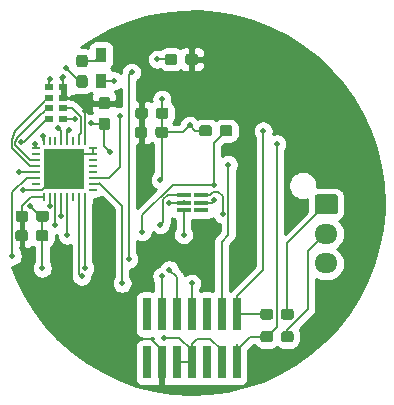
<source format=gbr>
G04 #@! TF.GenerationSoftware,KiCad,Pcbnew,(5.1.2)-2*
G04 #@! TF.CreationDate,2019-07-23T13:27:12-04:00*
G04 #@! TF.ProjectId,light_monitor,6c696768-745f-46d6-9f6e-69746f722e6b,R001*
G04 #@! TF.SameCoordinates,Original*
G04 #@! TF.FileFunction,Copper,L1,Top*
G04 #@! TF.FilePolarity,Positive*
%FSLAX46Y46*%
G04 Gerber Fmt 4.6, Leading zero omitted, Abs format (unit mm)*
G04 Created by KiCad (PCBNEW (5.1.2)-2) date 2019-07-23 13:27:12*
%MOMM*%
%LPD*%
G04 APERTURE LIST*
%ADD10R,0.740000X2.790000*%
%ADD11R,1.200000X0.350000*%
%ADD12C,0.100000*%
%ADD13C,0.950000*%
%ADD14R,0.900000X1.200000*%
%ADD15R,1.725000X1.725000*%
%ADD16R,0.700000X0.250000*%
%ADD17R,0.250000X0.700000*%
%ADD18R,0.800000X0.500000*%
%ADD19C,1.700000*%
%ADD20O,1.950000X1.700000*%
%ADD21C,0.508000*%
%ADD22C,0.152400*%
%ADD23C,0.254000*%
G04 APERTURE END LIST*
D10*
X117094000Y-114706400D03*
X117094000Y-118770400D03*
X115824000Y-114706400D03*
X115824000Y-118770400D03*
X114554000Y-114706400D03*
X114554000Y-118770400D03*
X113284000Y-114706400D03*
X113284000Y-118770400D03*
X112014000Y-114706400D03*
X112014000Y-118770400D03*
X110744000Y-114706400D03*
X110744000Y-118770400D03*
X109474000Y-114706400D03*
X109474000Y-118770400D03*
D11*
X114110200Y-104582200D03*
X114110200Y-105232200D03*
X114110200Y-105882200D03*
X112610200Y-105882200D03*
X112610200Y-105232200D03*
X112610200Y-104582200D03*
D12*
G36*
X111856179Y-92629844D02*
G01*
X111879234Y-92633263D01*
X111901843Y-92638927D01*
X111923787Y-92646779D01*
X111944857Y-92656744D01*
X111964848Y-92668726D01*
X111983568Y-92682610D01*
X112000838Y-92698262D01*
X112016490Y-92715532D01*
X112030374Y-92734252D01*
X112042356Y-92754243D01*
X112052321Y-92775313D01*
X112060173Y-92797257D01*
X112065837Y-92819866D01*
X112069256Y-92842921D01*
X112070400Y-92866200D01*
X112070400Y-93341200D01*
X112069256Y-93364479D01*
X112065837Y-93387534D01*
X112060173Y-93410143D01*
X112052321Y-93432087D01*
X112042356Y-93453157D01*
X112030374Y-93473148D01*
X112016490Y-93491868D01*
X112000838Y-93509138D01*
X111983568Y-93524790D01*
X111964848Y-93538674D01*
X111944857Y-93550656D01*
X111923787Y-93560621D01*
X111901843Y-93568473D01*
X111879234Y-93574137D01*
X111856179Y-93577556D01*
X111832900Y-93578700D01*
X111257900Y-93578700D01*
X111234621Y-93577556D01*
X111211566Y-93574137D01*
X111188957Y-93568473D01*
X111167013Y-93560621D01*
X111145943Y-93550656D01*
X111125952Y-93538674D01*
X111107232Y-93524790D01*
X111089962Y-93509138D01*
X111074310Y-93491868D01*
X111060426Y-93473148D01*
X111048444Y-93453157D01*
X111038479Y-93432087D01*
X111030627Y-93410143D01*
X111024963Y-93387534D01*
X111021544Y-93364479D01*
X111020400Y-93341200D01*
X111020400Y-92866200D01*
X111021544Y-92842921D01*
X111024963Y-92819866D01*
X111030627Y-92797257D01*
X111038479Y-92775313D01*
X111048444Y-92754243D01*
X111060426Y-92734252D01*
X111074310Y-92715532D01*
X111089962Y-92698262D01*
X111107232Y-92682610D01*
X111125952Y-92668726D01*
X111145943Y-92656744D01*
X111167013Y-92646779D01*
X111188957Y-92638927D01*
X111211566Y-92633263D01*
X111234621Y-92629844D01*
X111257900Y-92628700D01*
X111832900Y-92628700D01*
X111856179Y-92629844D01*
X111856179Y-92629844D01*
G37*
D13*
X111545400Y-93103700D03*
D12*
G36*
X113606179Y-92629844D02*
G01*
X113629234Y-92633263D01*
X113651843Y-92638927D01*
X113673787Y-92646779D01*
X113694857Y-92656744D01*
X113714848Y-92668726D01*
X113733568Y-92682610D01*
X113750838Y-92698262D01*
X113766490Y-92715532D01*
X113780374Y-92734252D01*
X113792356Y-92754243D01*
X113802321Y-92775313D01*
X113810173Y-92797257D01*
X113815837Y-92819866D01*
X113819256Y-92842921D01*
X113820400Y-92866200D01*
X113820400Y-93341200D01*
X113819256Y-93364479D01*
X113815837Y-93387534D01*
X113810173Y-93410143D01*
X113802321Y-93432087D01*
X113792356Y-93453157D01*
X113780374Y-93473148D01*
X113766490Y-93491868D01*
X113750838Y-93509138D01*
X113733568Y-93524790D01*
X113714848Y-93538674D01*
X113694857Y-93550656D01*
X113673787Y-93560621D01*
X113651843Y-93568473D01*
X113629234Y-93574137D01*
X113606179Y-93577556D01*
X113582900Y-93578700D01*
X113007900Y-93578700D01*
X112984621Y-93577556D01*
X112961566Y-93574137D01*
X112938957Y-93568473D01*
X112917013Y-93560621D01*
X112895943Y-93550656D01*
X112875952Y-93538674D01*
X112857232Y-93524790D01*
X112839962Y-93509138D01*
X112824310Y-93491868D01*
X112810426Y-93473148D01*
X112798444Y-93453157D01*
X112788479Y-93432087D01*
X112780627Y-93410143D01*
X112774963Y-93387534D01*
X112771544Y-93364479D01*
X112770400Y-93341200D01*
X112770400Y-92866200D01*
X112771544Y-92842921D01*
X112774963Y-92819866D01*
X112780627Y-92797257D01*
X112788479Y-92775313D01*
X112798444Y-92754243D01*
X112810426Y-92734252D01*
X112824310Y-92715532D01*
X112839962Y-92698262D01*
X112857232Y-92682610D01*
X112875952Y-92668726D01*
X112895943Y-92656744D01*
X112917013Y-92646779D01*
X112938957Y-92638927D01*
X112961566Y-92633263D01*
X112984621Y-92629844D01*
X113007900Y-92628700D01*
X113582900Y-92628700D01*
X113606179Y-92629844D01*
X113606179Y-92629844D01*
G37*
D13*
X113295400Y-93103700D03*
D12*
G36*
X104273779Y-92708144D02*
G01*
X104296834Y-92711563D01*
X104319443Y-92717227D01*
X104341387Y-92725079D01*
X104362457Y-92735044D01*
X104382448Y-92747026D01*
X104401168Y-92760910D01*
X104418438Y-92776562D01*
X104434090Y-92793832D01*
X104447974Y-92812552D01*
X104459956Y-92832543D01*
X104469921Y-92853613D01*
X104477773Y-92875557D01*
X104483437Y-92898166D01*
X104486856Y-92921221D01*
X104488000Y-92944500D01*
X104488000Y-93519500D01*
X104486856Y-93542779D01*
X104483437Y-93565834D01*
X104477773Y-93588443D01*
X104469921Y-93610387D01*
X104459956Y-93631457D01*
X104447974Y-93651448D01*
X104434090Y-93670168D01*
X104418438Y-93687438D01*
X104401168Y-93703090D01*
X104382448Y-93716974D01*
X104362457Y-93728956D01*
X104341387Y-93738921D01*
X104319443Y-93746773D01*
X104296834Y-93752437D01*
X104273779Y-93755856D01*
X104250500Y-93757000D01*
X103775500Y-93757000D01*
X103752221Y-93755856D01*
X103729166Y-93752437D01*
X103706557Y-93746773D01*
X103684613Y-93738921D01*
X103663543Y-93728956D01*
X103643552Y-93716974D01*
X103624832Y-93703090D01*
X103607562Y-93687438D01*
X103591910Y-93670168D01*
X103578026Y-93651448D01*
X103566044Y-93631457D01*
X103556079Y-93610387D01*
X103548227Y-93588443D01*
X103542563Y-93565834D01*
X103539144Y-93542779D01*
X103538000Y-93519500D01*
X103538000Y-92944500D01*
X103539144Y-92921221D01*
X103542563Y-92898166D01*
X103548227Y-92875557D01*
X103556079Y-92853613D01*
X103566044Y-92832543D01*
X103578026Y-92812552D01*
X103591910Y-92793832D01*
X103607562Y-92776562D01*
X103624832Y-92760910D01*
X103643552Y-92747026D01*
X103663543Y-92735044D01*
X103684613Y-92725079D01*
X103706557Y-92717227D01*
X103729166Y-92711563D01*
X103752221Y-92708144D01*
X103775500Y-92707000D01*
X104250500Y-92707000D01*
X104273779Y-92708144D01*
X104273779Y-92708144D01*
G37*
D13*
X104013000Y-93232000D03*
D12*
G36*
X104273779Y-94458144D02*
G01*
X104296834Y-94461563D01*
X104319443Y-94467227D01*
X104341387Y-94475079D01*
X104362457Y-94485044D01*
X104382448Y-94497026D01*
X104401168Y-94510910D01*
X104418438Y-94526562D01*
X104434090Y-94543832D01*
X104447974Y-94562552D01*
X104459956Y-94582543D01*
X104469921Y-94603613D01*
X104477773Y-94625557D01*
X104483437Y-94648166D01*
X104486856Y-94671221D01*
X104488000Y-94694500D01*
X104488000Y-95269500D01*
X104486856Y-95292779D01*
X104483437Y-95315834D01*
X104477773Y-95338443D01*
X104469921Y-95360387D01*
X104459956Y-95381457D01*
X104447974Y-95401448D01*
X104434090Y-95420168D01*
X104418438Y-95437438D01*
X104401168Y-95453090D01*
X104382448Y-95466974D01*
X104362457Y-95478956D01*
X104341387Y-95488921D01*
X104319443Y-95496773D01*
X104296834Y-95502437D01*
X104273779Y-95505856D01*
X104250500Y-95507000D01*
X103775500Y-95507000D01*
X103752221Y-95505856D01*
X103729166Y-95502437D01*
X103706557Y-95496773D01*
X103684613Y-95488921D01*
X103663543Y-95478956D01*
X103643552Y-95466974D01*
X103624832Y-95453090D01*
X103607562Y-95437438D01*
X103591910Y-95420168D01*
X103578026Y-95401448D01*
X103566044Y-95381457D01*
X103556079Y-95360387D01*
X103548227Y-95338443D01*
X103542563Y-95315834D01*
X103539144Y-95292779D01*
X103538000Y-95269500D01*
X103538000Y-94694500D01*
X103539144Y-94671221D01*
X103542563Y-94648166D01*
X103548227Y-94625557D01*
X103556079Y-94603613D01*
X103566044Y-94582543D01*
X103578026Y-94562552D01*
X103591910Y-94543832D01*
X103607562Y-94526562D01*
X103624832Y-94510910D01*
X103643552Y-94497026D01*
X103663543Y-94485044D01*
X103684613Y-94475079D01*
X103706557Y-94467227D01*
X103729166Y-94461563D01*
X103752221Y-94458144D01*
X103775500Y-94457000D01*
X104250500Y-94457000D01*
X104273779Y-94458144D01*
X104273779Y-94458144D01*
G37*
D13*
X104013000Y-94982000D03*
D12*
G36*
X106158459Y-98034464D02*
G01*
X106181514Y-98037883D01*
X106204123Y-98043547D01*
X106226067Y-98051399D01*
X106247137Y-98061364D01*
X106267128Y-98073346D01*
X106285848Y-98087230D01*
X106303118Y-98102882D01*
X106318770Y-98120152D01*
X106332654Y-98138872D01*
X106344636Y-98158863D01*
X106354601Y-98179933D01*
X106362453Y-98201877D01*
X106368117Y-98224486D01*
X106371536Y-98247541D01*
X106372680Y-98270820D01*
X106372680Y-98845820D01*
X106371536Y-98869099D01*
X106368117Y-98892154D01*
X106362453Y-98914763D01*
X106354601Y-98936707D01*
X106344636Y-98957777D01*
X106332654Y-98977768D01*
X106318770Y-98996488D01*
X106303118Y-99013758D01*
X106285848Y-99029410D01*
X106267128Y-99043294D01*
X106247137Y-99055276D01*
X106226067Y-99065241D01*
X106204123Y-99073093D01*
X106181514Y-99078757D01*
X106158459Y-99082176D01*
X106135180Y-99083320D01*
X105660180Y-99083320D01*
X105636901Y-99082176D01*
X105613846Y-99078757D01*
X105591237Y-99073093D01*
X105569293Y-99065241D01*
X105548223Y-99055276D01*
X105528232Y-99043294D01*
X105509512Y-99029410D01*
X105492242Y-99013758D01*
X105476590Y-98996488D01*
X105462706Y-98977768D01*
X105450724Y-98957777D01*
X105440759Y-98936707D01*
X105432907Y-98914763D01*
X105427243Y-98892154D01*
X105423824Y-98869099D01*
X105422680Y-98845820D01*
X105422680Y-98270820D01*
X105423824Y-98247541D01*
X105427243Y-98224486D01*
X105432907Y-98201877D01*
X105440759Y-98179933D01*
X105450724Y-98158863D01*
X105462706Y-98138872D01*
X105476590Y-98120152D01*
X105492242Y-98102882D01*
X105509512Y-98087230D01*
X105528232Y-98073346D01*
X105548223Y-98061364D01*
X105569293Y-98051399D01*
X105591237Y-98043547D01*
X105613846Y-98037883D01*
X105636901Y-98034464D01*
X105660180Y-98033320D01*
X106135180Y-98033320D01*
X106158459Y-98034464D01*
X106158459Y-98034464D01*
G37*
D13*
X105897680Y-98558320D03*
D12*
G36*
X106158459Y-96284464D02*
G01*
X106181514Y-96287883D01*
X106204123Y-96293547D01*
X106226067Y-96301399D01*
X106247137Y-96311364D01*
X106267128Y-96323346D01*
X106285848Y-96337230D01*
X106303118Y-96352882D01*
X106318770Y-96370152D01*
X106332654Y-96388872D01*
X106344636Y-96408863D01*
X106354601Y-96429933D01*
X106362453Y-96451877D01*
X106368117Y-96474486D01*
X106371536Y-96497541D01*
X106372680Y-96520820D01*
X106372680Y-97095820D01*
X106371536Y-97119099D01*
X106368117Y-97142154D01*
X106362453Y-97164763D01*
X106354601Y-97186707D01*
X106344636Y-97207777D01*
X106332654Y-97227768D01*
X106318770Y-97246488D01*
X106303118Y-97263758D01*
X106285848Y-97279410D01*
X106267128Y-97293294D01*
X106247137Y-97305276D01*
X106226067Y-97315241D01*
X106204123Y-97323093D01*
X106181514Y-97328757D01*
X106158459Y-97332176D01*
X106135180Y-97333320D01*
X105660180Y-97333320D01*
X105636901Y-97332176D01*
X105613846Y-97328757D01*
X105591237Y-97323093D01*
X105569293Y-97315241D01*
X105548223Y-97305276D01*
X105528232Y-97293294D01*
X105509512Y-97279410D01*
X105492242Y-97263758D01*
X105476590Y-97246488D01*
X105462706Y-97227768D01*
X105450724Y-97207777D01*
X105440759Y-97186707D01*
X105432907Y-97164763D01*
X105427243Y-97142154D01*
X105423824Y-97119099D01*
X105422680Y-97095820D01*
X105422680Y-96520820D01*
X105423824Y-96497541D01*
X105427243Y-96474486D01*
X105432907Y-96451877D01*
X105440759Y-96429933D01*
X105450724Y-96408863D01*
X105462706Y-96388872D01*
X105476590Y-96370152D01*
X105492242Y-96352882D01*
X105509512Y-96337230D01*
X105528232Y-96323346D01*
X105548223Y-96311364D01*
X105569293Y-96301399D01*
X105591237Y-96293547D01*
X105613846Y-96287883D01*
X105636901Y-96284464D01*
X105660180Y-96283320D01*
X106135180Y-96283320D01*
X106158459Y-96284464D01*
X106158459Y-96284464D01*
G37*
D13*
X105897680Y-96808320D03*
D12*
G36*
X111071259Y-98804584D02*
G01*
X111094314Y-98808003D01*
X111116923Y-98813667D01*
X111138867Y-98821519D01*
X111159937Y-98831484D01*
X111179928Y-98843466D01*
X111198648Y-98857350D01*
X111215918Y-98873002D01*
X111231570Y-98890272D01*
X111245454Y-98908992D01*
X111257436Y-98928983D01*
X111267401Y-98950053D01*
X111275253Y-98971997D01*
X111280917Y-98994606D01*
X111284336Y-99017661D01*
X111285480Y-99040940D01*
X111285480Y-99515940D01*
X111284336Y-99539219D01*
X111280917Y-99562274D01*
X111275253Y-99584883D01*
X111267401Y-99606827D01*
X111257436Y-99627897D01*
X111245454Y-99647888D01*
X111231570Y-99666608D01*
X111215918Y-99683878D01*
X111198648Y-99699530D01*
X111179928Y-99713414D01*
X111159937Y-99725396D01*
X111138867Y-99735361D01*
X111116923Y-99743213D01*
X111094314Y-99748877D01*
X111071259Y-99752296D01*
X111047980Y-99753440D01*
X110472980Y-99753440D01*
X110449701Y-99752296D01*
X110426646Y-99748877D01*
X110404037Y-99743213D01*
X110382093Y-99735361D01*
X110361023Y-99725396D01*
X110341032Y-99713414D01*
X110322312Y-99699530D01*
X110305042Y-99683878D01*
X110289390Y-99666608D01*
X110275506Y-99647888D01*
X110263524Y-99627897D01*
X110253559Y-99606827D01*
X110245707Y-99584883D01*
X110240043Y-99562274D01*
X110236624Y-99539219D01*
X110235480Y-99515940D01*
X110235480Y-99040940D01*
X110236624Y-99017661D01*
X110240043Y-98994606D01*
X110245707Y-98971997D01*
X110253559Y-98950053D01*
X110263524Y-98928983D01*
X110275506Y-98908992D01*
X110289390Y-98890272D01*
X110305042Y-98873002D01*
X110322312Y-98857350D01*
X110341032Y-98843466D01*
X110361023Y-98831484D01*
X110382093Y-98821519D01*
X110404037Y-98813667D01*
X110426646Y-98808003D01*
X110449701Y-98804584D01*
X110472980Y-98803440D01*
X111047980Y-98803440D01*
X111071259Y-98804584D01*
X111071259Y-98804584D01*
G37*
D13*
X110760480Y-99278440D03*
D12*
G36*
X109321259Y-98804584D02*
G01*
X109344314Y-98808003D01*
X109366923Y-98813667D01*
X109388867Y-98821519D01*
X109409937Y-98831484D01*
X109429928Y-98843466D01*
X109448648Y-98857350D01*
X109465918Y-98873002D01*
X109481570Y-98890272D01*
X109495454Y-98908992D01*
X109507436Y-98928983D01*
X109517401Y-98950053D01*
X109525253Y-98971997D01*
X109530917Y-98994606D01*
X109534336Y-99017661D01*
X109535480Y-99040940D01*
X109535480Y-99515940D01*
X109534336Y-99539219D01*
X109530917Y-99562274D01*
X109525253Y-99584883D01*
X109517401Y-99606827D01*
X109507436Y-99627897D01*
X109495454Y-99647888D01*
X109481570Y-99666608D01*
X109465918Y-99683878D01*
X109448648Y-99699530D01*
X109429928Y-99713414D01*
X109409937Y-99725396D01*
X109388867Y-99735361D01*
X109366923Y-99743213D01*
X109344314Y-99748877D01*
X109321259Y-99752296D01*
X109297980Y-99753440D01*
X108722980Y-99753440D01*
X108699701Y-99752296D01*
X108676646Y-99748877D01*
X108654037Y-99743213D01*
X108632093Y-99735361D01*
X108611023Y-99725396D01*
X108591032Y-99713414D01*
X108572312Y-99699530D01*
X108555042Y-99683878D01*
X108539390Y-99666608D01*
X108525506Y-99647888D01*
X108513524Y-99627897D01*
X108503559Y-99606827D01*
X108495707Y-99584883D01*
X108490043Y-99562274D01*
X108486624Y-99539219D01*
X108485480Y-99515940D01*
X108485480Y-99040940D01*
X108486624Y-99017661D01*
X108490043Y-98994606D01*
X108495707Y-98971997D01*
X108503559Y-98950053D01*
X108513524Y-98928983D01*
X108525506Y-98908992D01*
X108539390Y-98890272D01*
X108555042Y-98873002D01*
X108572312Y-98857350D01*
X108591032Y-98843466D01*
X108611023Y-98831484D01*
X108632093Y-98821519D01*
X108654037Y-98813667D01*
X108676646Y-98808003D01*
X108699701Y-98804584D01*
X108722980Y-98803440D01*
X109297980Y-98803440D01*
X109321259Y-98804584D01*
X109321259Y-98804584D01*
G37*
D13*
X109010480Y-99278440D03*
D12*
G36*
X111116979Y-97189144D02*
G01*
X111140034Y-97192563D01*
X111162643Y-97198227D01*
X111184587Y-97206079D01*
X111205657Y-97216044D01*
X111225648Y-97228026D01*
X111244368Y-97241910D01*
X111261638Y-97257562D01*
X111277290Y-97274832D01*
X111291174Y-97293552D01*
X111303156Y-97313543D01*
X111313121Y-97334613D01*
X111320973Y-97356557D01*
X111326637Y-97379166D01*
X111330056Y-97402221D01*
X111331200Y-97425500D01*
X111331200Y-97900500D01*
X111330056Y-97923779D01*
X111326637Y-97946834D01*
X111320973Y-97969443D01*
X111313121Y-97991387D01*
X111303156Y-98012457D01*
X111291174Y-98032448D01*
X111277290Y-98051168D01*
X111261638Y-98068438D01*
X111244368Y-98084090D01*
X111225648Y-98097974D01*
X111205657Y-98109956D01*
X111184587Y-98119921D01*
X111162643Y-98127773D01*
X111140034Y-98133437D01*
X111116979Y-98136856D01*
X111093700Y-98138000D01*
X110518700Y-98138000D01*
X110495421Y-98136856D01*
X110472366Y-98133437D01*
X110449757Y-98127773D01*
X110427813Y-98119921D01*
X110406743Y-98109956D01*
X110386752Y-98097974D01*
X110368032Y-98084090D01*
X110350762Y-98068438D01*
X110335110Y-98051168D01*
X110321226Y-98032448D01*
X110309244Y-98012457D01*
X110299279Y-97991387D01*
X110291427Y-97969443D01*
X110285763Y-97946834D01*
X110282344Y-97923779D01*
X110281200Y-97900500D01*
X110281200Y-97425500D01*
X110282344Y-97402221D01*
X110285763Y-97379166D01*
X110291427Y-97356557D01*
X110299279Y-97334613D01*
X110309244Y-97313543D01*
X110321226Y-97293552D01*
X110335110Y-97274832D01*
X110350762Y-97257562D01*
X110368032Y-97241910D01*
X110386752Y-97228026D01*
X110406743Y-97216044D01*
X110427813Y-97206079D01*
X110449757Y-97198227D01*
X110472366Y-97192563D01*
X110495421Y-97189144D01*
X110518700Y-97188000D01*
X111093700Y-97188000D01*
X111116979Y-97189144D01*
X111116979Y-97189144D01*
G37*
D13*
X110806200Y-97663000D03*
D12*
G36*
X109366979Y-97189144D02*
G01*
X109390034Y-97192563D01*
X109412643Y-97198227D01*
X109434587Y-97206079D01*
X109455657Y-97216044D01*
X109475648Y-97228026D01*
X109494368Y-97241910D01*
X109511638Y-97257562D01*
X109527290Y-97274832D01*
X109541174Y-97293552D01*
X109553156Y-97313543D01*
X109563121Y-97334613D01*
X109570973Y-97356557D01*
X109576637Y-97379166D01*
X109580056Y-97402221D01*
X109581200Y-97425500D01*
X109581200Y-97900500D01*
X109580056Y-97923779D01*
X109576637Y-97946834D01*
X109570973Y-97969443D01*
X109563121Y-97991387D01*
X109553156Y-98012457D01*
X109541174Y-98032448D01*
X109527290Y-98051168D01*
X109511638Y-98068438D01*
X109494368Y-98084090D01*
X109475648Y-98097974D01*
X109455657Y-98109956D01*
X109434587Y-98119921D01*
X109412643Y-98127773D01*
X109390034Y-98133437D01*
X109366979Y-98136856D01*
X109343700Y-98138000D01*
X108768700Y-98138000D01*
X108745421Y-98136856D01*
X108722366Y-98133437D01*
X108699757Y-98127773D01*
X108677813Y-98119921D01*
X108656743Y-98109956D01*
X108636752Y-98097974D01*
X108618032Y-98084090D01*
X108600762Y-98068438D01*
X108585110Y-98051168D01*
X108571226Y-98032448D01*
X108559244Y-98012457D01*
X108549279Y-97991387D01*
X108541427Y-97969443D01*
X108535763Y-97946834D01*
X108532344Y-97923779D01*
X108531200Y-97900500D01*
X108531200Y-97425500D01*
X108532344Y-97402221D01*
X108535763Y-97379166D01*
X108541427Y-97356557D01*
X108549279Y-97334613D01*
X108559244Y-97313543D01*
X108571226Y-97293552D01*
X108585110Y-97274832D01*
X108600762Y-97257562D01*
X108618032Y-97241910D01*
X108636752Y-97228026D01*
X108656743Y-97216044D01*
X108677813Y-97206079D01*
X108699757Y-97198227D01*
X108722366Y-97192563D01*
X108745421Y-97189144D01*
X108768700Y-97188000D01*
X109343700Y-97188000D01*
X109366979Y-97189144D01*
X109366979Y-97189144D01*
G37*
D13*
X109056200Y-97663000D03*
D12*
G36*
X100956979Y-107552344D02*
G01*
X100980034Y-107555763D01*
X101002643Y-107561427D01*
X101024587Y-107569279D01*
X101045657Y-107579244D01*
X101065648Y-107591226D01*
X101084368Y-107605110D01*
X101101638Y-107620762D01*
X101117290Y-107638032D01*
X101131174Y-107656752D01*
X101143156Y-107676743D01*
X101153121Y-107697813D01*
X101160973Y-107719757D01*
X101166637Y-107742366D01*
X101170056Y-107765421D01*
X101171200Y-107788700D01*
X101171200Y-108263700D01*
X101170056Y-108286979D01*
X101166637Y-108310034D01*
X101160973Y-108332643D01*
X101153121Y-108354587D01*
X101143156Y-108375657D01*
X101131174Y-108395648D01*
X101117290Y-108414368D01*
X101101638Y-108431638D01*
X101084368Y-108447290D01*
X101065648Y-108461174D01*
X101045657Y-108473156D01*
X101024587Y-108483121D01*
X101002643Y-108490973D01*
X100980034Y-108496637D01*
X100956979Y-108500056D01*
X100933700Y-108501200D01*
X100358700Y-108501200D01*
X100335421Y-108500056D01*
X100312366Y-108496637D01*
X100289757Y-108490973D01*
X100267813Y-108483121D01*
X100246743Y-108473156D01*
X100226752Y-108461174D01*
X100208032Y-108447290D01*
X100190762Y-108431638D01*
X100175110Y-108414368D01*
X100161226Y-108395648D01*
X100149244Y-108375657D01*
X100139279Y-108354587D01*
X100131427Y-108332643D01*
X100125763Y-108310034D01*
X100122344Y-108286979D01*
X100121200Y-108263700D01*
X100121200Y-107788700D01*
X100122344Y-107765421D01*
X100125763Y-107742366D01*
X100131427Y-107719757D01*
X100139279Y-107697813D01*
X100149244Y-107676743D01*
X100161226Y-107656752D01*
X100175110Y-107638032D01*
X100190762Y-107620762D01*
X100208032Y-107605110D01*
X100226752Y-107591226D01*
X100246743Y-107579244D01*
X100267813Y-107569279D01*
X100289757Y-107561427D01*
X100312366Y-107555763D01*
X100335421Y-107552344D01*
X100358700Y-107551200D01*
X100933700Y-107551200D01*
X100956979Y-107552344D01*
X100956979Y-107552344D01*
G37*
D13*
X100646200Y-108026200D03*
D12*
G36*
X99206979Y-107552344D02*
G01*
X99230034Y-107555763D01*
X99252643Y-107561427D01*
X99274587Y-107569279D01*
X99295657Y-107579244D01*
X99315648Y-107591226D01*
X99334368Y-107605110D01*
X99351638Y-107620762D01*
X99367290Y-107638032D01*
X99381174Y-107656752D01*
X99393156Y-107676743D01*
X99403121Y-107697813D01*
X99410973Y-107719757D01*
X99416637Y-107742366D01*
X99420056Y-107765421D01*
X99421200Y-107788700D01*
X99421200Y-108263700D01*
X99420056Y-108286979D01*
X99416637Y-108310034D01*
X99410973Y-108332643D01*
X99403121Y-108354587D01*
X99393156Y-108375657D01*
X99381174Y-108395648D01*
X99367290Y-108414368D01*
X99351638Y-108431638D01*
X99334368Y-108447290D01*
X99315648Y-108461174D01*
X99295657Y-108473156D01*
X99274587Y-108483121D01*
X99252643Y-108490973D01*
X99230034Y-108496637D01*
X99206979Y-108500056D01*
X99183700Y-108501200D01*
X98608700Y-108501200D01*
X98585421Y-108500056D01*
X98562366Y-108496637D01*
X98539757Y-108490973D01*
X98517813Y-108483121D01*
X98496743Y-108473156D01*
X98476752Y-108461174D01*
X98458032Y-108447290D01*
X98440762Y-108431638D01*
X98425110Y-108414368D01*
X98411226Y-108395648D01*
X98399244Y-108375657D01*
X98389279Y-108354587D01*
X98381427Y-108332643D01*
X98375763Y-108310034D01*
X98372344Y-108286979D01*
X98371200Y-108263700D01*
X98371200Y-107788700D01*
X98372344Y-107765421D01*
X98375763Y-107742366D01*
X98381427Y-107719757D01*
X98389279Y-107697813D01*
X98399244Y-107676743D01*
X98411226Y-107656752D01*
X98425110Y-107638032D01*
X98440762Y-107620762D01*
X98458032Y-107605110D01*
X98476752Y-107591226D01*
X98496743Y-107579244D01*
X98517813Y-107569279D01*
X98539757Y-107561427D01*
X98562366Y-107555763D01*
X98585421Y-107552344D01*
X98608700Y-107551200D01*
X99183700Y-107551200D01*
X99206979Y-107552344D01*
X99206979Y-107552344D01*
G37*
D13*
X98896200Y-108026200D03*
D12*
G36*
X100982379Y-105914044D02*
G01*
X101005434Y-105917463D01*
X101028043Y-105923127D01*
X101049987Y-105930979D01*
X101071057Y-105940944D01*
X101091048Y-105952926D01*
X101109768Y-105966810D01*
X101127038Y-105982462D01*
X101142690Y-105999732D01*
X101156574Y-106018452D01*
X101168556Y-106038443D01*
X101178521Y-106059513D01*
X101186373Y-106081457D01*
X101192037Y-106104066D01*
X101195456Y-106127121D01*
X101196600Y-106150400D01*
X101196600Y-106625400D01*
X101195456Y-106648679D01*
X101192037Y-106671734D01*
X101186373Y-106694343D01*
X101178521Y-106716287D01*
X101168556Y-106737357D01*
X101156574Y-106757348D01*
X101142690Y-106776068D01*
X101127038Y-106793338D01*
X101109768Y-106808990D01*
X101091048Y-106822874D01*
X101071057Y-106834856D01*
X101049987Y-106844821D01*
X101028043Y-106852673D01*
X101005434Y-106858337D01*
X100982379Y-106861756D01*
X100959100Y-106862900D01*
X100384100Y-106862900D01*
X100360821Y-106861756D01*
X100337766Y-106858337D01*
X100315157Y-106852673D01*
X100293213Y-106844821D01*
X100272143Y-106834856D01*
X100252152Y-106822874D01*
X100233432Y-106808990D01*
X100216162Y-106793338D01*
X100200510Y-106776068D01*
X100186626Y-106757348D01*
X100174644Y-106737357D01*
X100164679Y-106716287D01*
X100156827Y-106694343D01*
X100151163Y-106671734D01*
X100147744Y-106648679D01*
X100146600Y-106625400D01*
X100146600Y-106150400D01*
X100147744Y-106127121D01*
X100151163Y-106104066D01*
X100156827Y-106081457D01*
X100164679Y-106059513D01*
X100174644Y-106038443D01*
X100186626Y-106018452D01*
X100200510Y-105999732D01*
X100216162Y-105982462D01*
X100233432Y-105966810D01*
X100252152Y-105952926D01*
X100272143Y-105940944D01*
X100293213Y-105930979D01*
X100315157Y-105923127D01*
X100337766Y-105917463D01*
X100360821Y-105914044D01*
X100384100Y-105912900D01*
X100959100Y-105912900D01*
X100982379Y-105914044D01*
X100982379Y-105914044D01*
G37*
D13*
X100671600Y-106387900D03*
D12*
G36*
X99232379Y-105914044D02*
G01*
X99255434Y-105917463D01*
X99278043Y-105923127D01*
X99299987Y-105930979D01*
X99321057Y-105940944D01*
X99341048Y-105952926D01*
X99359768Y-105966810D01*
X99377038Y-105982462D01*
X99392690Y-105999732D01*
X99406574Y-106018452D01*
X99418556Y-106038443D01*
X99428521Y-106059513D01*
X99436373Y-106081457D01*
X99442037Y-106104066D01*
X99445456Y-106127121D01*
X99446600Y-106150400D01*
X99446600Y-106625400D01*
X99445456Y-106648679D01*
X99442037Y-106671734D01*
X99436373Y-106694343D01*
X99428521Y-106716287D01*
X99418556Y-106737357D01*
X99406574Y-106757348D01*
X99392690Y-106776068D01*
X99377038Y-106793338D01*
X99359768Y-106808990D01*
X99341048Y-106822874D01*
X99321057Y-106834856D01*
X99299987Y-106844821D01*
X99278043Y-106852673D01*
X99255434Y-106858337D01*
X99232379Y-106861756D01*
X99209100Y-106862900D01*
X98634100Y-106862900D01*
X98610821Y-106861756D01*
X98587766Y-106858337D01*
X98565157Y-106852673D01*
X98543213Y-106844821D01*
X98522143Y-106834856D01*
X98502152Y-106822874D01*
X98483432Y-106808990D01*
X98466162Y-106793338D01*
X98450510Y-106776068D01*
X98436626Y-106757348D01*
X98424644Y-106737357D01*
X98414679Y-106716287D01*
X98406827Y-106694343D01*
X98401163Y-106671734D01*
X98397744Y-106648679D01*
X98396600Y-106625400D01*
X98396600Y-106150400D01*
X98397744Y-106127121D01*
X98401163Y-106104066D01*
X98406827Y-106081457D01*
X98414679Y-106059513D01*
X98424644Y-106038443D01*
X98436626Y-106018452D01*
X98450510Y-105999732D01*
X98466162Y-105982462D01*
X98483432Y-105966810D01*
X98502152Y-105952926D01*
X98522143Y-105940944D01*
X98543213Y-105930979D01*
X98565157Y-105923127D01*
X98587766Y-105917463D01*
X98610821Y-105914044D01*
X98634100Y-105912900D01*
X99209100Y-105912900D01*
X99232379Y-105914044D01*
X99232379Y-105914044D01*
G37*
D13*
X98921600Y-106387900D03*
D14*
X105623360Y-92735400D03*
X105623360Y-94935400D03*
D15*
X103376900Y-101524900D03*
X101651900Y-101524900D03*
X103376900Y-103249900D03*
X101651900Y-103249900D03*
D16*
X104914400Y-100637400D03*
X104914400Y-101137400D03*
X104914400Y-101637400D03*
X104914400Y-102137400D03*
X104914400Y-102637400D03*
X104914400Y-103137400D03*
X104914400Y-103637400D03*
X104914400Y-104137400D03*
D17*
X104264400Y-104787400D03*
X103764400Y-104787400D03*
X103264400Y-104787400D03*
X102764400Y-104787400D03*
X102264400Y-104787400D03*
X101764400Y-104787400D03*
X101264400Y-104787400D03*
X100764400Y-104787400D03*
D16*
X100114400Y-104137400D03*
X100114400Y-103637400D03*
X100114400Y-103137400D03*
X100114400Y-102637400D03*
X100114400Y-102137400D03*
X100114400Y-101637400D03*
X100114400Y-101137400D03*
X100114400Y-100637400D03*
D17*
X100764400Y-99987400D03*
X101264400Y-99987400D03*
X101764400Y-99987400D03*
X102264400Y-99987400D03*
X102764400Y-99987400D03*
X103264400Y-99987400D03*
X103764400Y-99987400D03*
X104264400Y-99987400D03*
D18*
X101233680Y-98164640D03*
X101233680Y-97264640D03*
X101233680Y-96364640D03*
X101233680Y-95464640D03*
X102433680Y-95464640D03*
X102433680Y-96364640D03*
X102433680Y-97264640D03*
X102433680Y-98164640D03*
D12*
G36*
X116527179Y-98675044D02*
G01*
X116550234Y-98678463D01*
X116572843Y-98684127D01*
X116594787Y-98691979D01*
X116615857Y-98701944D01*
X116635848Y-98713926D01*
X116654568Y-98727810D01*
X116671838Y-98743462D01*
X116687490Y-98760732D01*
X116701374Y-98779452D01*
X116713356Y-98799443D01*
X116723321Y-98820513D01*
X116731173Y-98842457D01*
X116736837Y-98865066D01*
X116740256Y-98888121D01*
X116741400Y-98911400D01*
X116741400Y-99386400D01*
X116740256Y-99409679D01*
X116736837Y-99432734D01*
X116731173Y-99455343D01*
X116723321Y-99477287D01*
X116713356Y-99498357D01*
X116701374Y-99518348D01*
X116687490Y-99537068D01*
X116671838Y-99554338D01*
X116654568Y-99569990D01*
X116635848Y-99583874D01*
X116615857Y-99595856D01*
X116594787Y-99605821D01*
X116572843Y-99613673D01*
X116550234Y-99619337D01*
X116527179Y-99622756D01*
X116503900Y-99623900D01*
X115928900Y-99623900D01*
X115905621Y-99622756D01*
X115882566Y-99619337D01*
X115859957Y-99613673D01*
X115838013Y-99605821D01*
X115816943Y-99595856D01*
X115796952Y-99583874D01*
X115778232Y-99569990D01*
X115760962Y-99554338D01*
X115745310Y-99537068D01*
X115731426Y-99518348D01*
X115719444Y-99498357D01*
X115709479Y-99477287D01*
X115701627Y-99455343D01*
X115695963Y-99432734D01*
X115692544Y-99409679D01*
X115691400Y-99386400D01*
X115691400Y-98911400D01*
X115692544Y-98888121D01*
X115695963Y-98865066D01*
X115701627Y-98842457D01*
X115709479Y-98820513D01*
X115719444Y-98799443D01*
X115731426Y-98779452D01*
X115745310Y-98760732D01*
X115760962Y-98743462D01*
X115778232Y-98727810D01*
X115796952Y-98713926D01*
X115816943Y-98701944D01*
X115838013Y-98691979D01*
X115859957Y-98684127D01*
X115882566Y-98678463D01*
X115905621Y-98675044D01*
X115928900Y-98673900D01*
X116503900Y-98673900D01*
X116527179Y-98675044D01*
X116527179Y-98675044D01*
G37*
D13*
X116216400Y-99148900D03*
D12*
G36*
X114777179Y-98675044D02*
G01*
X114800234Y-98678463D01*
X114822843Y-98684127D01*
X114844787Y-98691979D01*
X114865857Y-98701944D01*
X114885848Y-98713926D01*
X114904568Y-98727810D01*
X114921838Y-98743462D01*
X114937490Y-98760732D01*
X114951374Y-98779452D01*
X114963356Y-98799443D01*
X114973321Y-98820513D01*
X114981173Y-98842457D01*
X114986837Y-98865066D01*
X114990256Y-98888121D01*
X114991400Y-98911400D01*
X114991400Y-99386400D01*
X114990256Y-99409679D01*
X114986837Y-99432734D01*
X114981173Y-99455343D01*
X114973321Y-99477287D01*
X114963356Y-99498357D01*
X114951374Y-99518348D01*
X114937490Y-99537068D01*
X114921838Y-99554338D01*
X114904568Y-99569990D01*
X114885848Y-99583874D01*
X114865857Y-99595856D01*
X114844787Y-99605821D01*
X114822843Y-99613673D01*
X114800234Y-99619337D01*
X114777179Y-99622756D01*
X114753900Y-99623900D01*
X114178900Y-99623900D01*
X114155621Y-99622756D01*
X114132566Y-99619337D01*
X114109957Y-99613673D01*
X114088013Y-99605821D01*
X114066943Y-99595856D01*
X114046952Y-99583874D01*
X114028232Y-99569990D01*
X114010962Y-99554338D01*
X113995310Y-99537068D01*
X113981426Y-99518348D01*
X113969444Y-99498357D01*
X113959479Y-99477287D01*
X113951627Y-99455343D01*
X113945963Y-99432734D01*
X113942544Y-99409679D01*
X113941400Y-99386400D01*
X113941400Y-98911400D01*
X113942544Y-98888121D01*
X113945963Y-98865066D01*
X113951627Y-98842457D01*
X113959479Y-98820513D01*
X113969444Y-98799443D01*
X113981426Y-98779452D01*
X113995310Y-98760732D01*
X114010962Y-98743462D01*
X114028232Y-98727810D01*
X114046952Y-98713926D01*
X114066943Y-98701944D01*
X114088013Y-98691979D01*
X114109957Y-98684127D01*
X114132566Y-98678463D01*
X114155621Y-98675044D01*
X114178900Y-98673900D01*
X114753900Y-98673900D01*
X114777179Y-98675044D01*
X114777179Y-98675044D01*
G37*
D13*
X114466400Y-99148900D03*
D12*
G36*
X125440644Y-104537704D02*
G01*
X125464913Y-104541304D01*
X125488711Y-104547265D01*
X125511811Y-104555530D01*
X125533989Y-104566020D01*
X125555033Y-104578633D01*
X125574738Y-104593247D01*
X125592917Y-104609723D01*
X125609393Y-104627902D01*
X125624007Y-104647607D01*
X125636620Y-104668651D01*
X125647110Y-104690829D01*
X125655375Y-104713929D01*
X125661336Y-104737727D01*
X125664936Y-104761996D01*
X125666140Y-104786500D01*
X125666140Y-105986500D01*
X125664936Y-106011004D01*
X125661336Y-106035273D01*
X125655375Y-106059071D01*
X125647110Y-106082171D01*
X125636620Y-106104349D01*
X125624007Y-106125393D01*
X125609393Y-106145098D01*
X125592917Y-106163277D01*
X125574738Y-106179753D01*
X125555033Y-106194367D01*
X125533989Y-106206980D01*
X125511811Y-106217470D01*
X125488711Y-106225735D01*
X125464913Y-106231696D01*
X125440644Y-106235296D01*
X125416140Y-106236500D01*
X123966140Y-106236500D01*
X123941636Y-106235296D01*
X123917367Y-106231696D01*
X123893569Y-106225735D01*
X123870469Y-106217470D01*
X123848291Y-106206980D01*
X123827247Y-106194367D01*
X123807542Y-106179753D01*
X123789363Y-106163277D01*
X123772887Y-106145098D01*
X123758273Y-106125393D01*
X123745660Y-106104349D01*
X123735170Y-106082171D01*
X123726905Y-106059071D01*
X123720944Y-106035273D01*
X123717344Y-106011004D01*
X123716140Y-105986500D01*
X123716140Y-104786500D01*
X123717344Y-104761996D01*
X123720944Y-104737727D01*
X123726905Y-104713929D01*
X123735170Y-104690829D01*
X123745660Y-104668651D01*
X123758273Y-104647607D01*
X123772887Y-104627902D01*
X123789363Y-104609723D01*
X123807542Y-104593247D01*
X123827247Y-104578633D01*
X123848291Y-104566020D01*
X123870469Y-104555530D01*
X123893569Y-104547265D01*
X123917367Y-104541304D01*
X123941636Y-104537704D01*
X123966140Y-104536500D01*
X125416140Y-104536500D01*
X125440644Y-104537704D01*
X125440644Y-104537704D01*
G37*
D19*
X124691140Y-105386500D03*
D20*
X124691140Y-107886500D03*
X124691140Y-110386500D03*
D12*
G36*
X121708779Y-114207144D02*
G01*
X121731834Y-114210563D01*
X121754443Y-114216227D01*
X121776387Y-114224079D01*
X121797457Y-114234044D01*
X121817448Y-114246026D01*
X121836168Y-114259910D01*
X121853438Y-114275562D01*
X121869090Y-114292832D01*
X121882974Y-114311552D01*
X121894956Y-114331543D01*
X121904921Y-114352613D01*
X121912773Y-114374557D01*
X121918437Y-114397166D01*
X121921856Y-114420221D01*
X121923000Y-114443500D01*
X121923000Y-114918500D01*
X121921856Y-114941779D01*
X121918437Y-114964834D01*
X121912773Y-114987443D01*
X121904921Y-115009387D01*
X121894956Y-115030457D01*
X121882974Y-115050448D01*
X121869090Y-115069168D01*
X121853438Y-115086438D01*
X121836168Y-115102090D01*
X121817448Y-115115974D01*
X121797457Y-115127956D01*
X121776387Y-115137921D01*
X121754443Y-115145773D01*
X121731834Y-115151437D01*
X121708779Y-115154856D01*
X121685500Y-115156000D01*
X121110500Y-115156000D01*
X121087221Y-115154856D01*
X121064166Y-115151437D01*
X121041557Y-115145773D01*
X121019613Y-115137921D01*
X120998543Y-115127956D01*
X120978552Y-115115974D01*
X120959832Y-115102090D01*
X120942562Y-115086438D01*
X120926910Y-115069168D01*
X120913026Y-115050448D01*
X120901044Y-115030457D01*
X120891079Y-115009387D01*
X120883227Y-114987443D01*
X120877563Y-114964834D01*
X120874144Y-114941779D01*
X120873000Y-114918500D01*
X120873000Y-114443500D01*
X120874144Y-114420221D01*
X120877563Y-114397166D01*
X120883227Y-114374557D01*
X120891079Y-114352613D01*
X120901044Y-114331543D01*
X120913026Y-114311552D01*
X120926910Y-114292832D01*
X120942562Y-114275562D01*
X120959832Y-114259910D01*
X120978552Y-114246026D01*
X120998543Y-114234044D01*
X121019613Y-114224079D01*
X121041557Y-114216227D01*
X121064166Y-114210563D01*
X121087221Y-114207144D01*
X121110500Y-114206000D01*
X121685500Y-114206000D01*
X121708779Y-114207144D01*
X121708779Y-114207144D01*
G37*
D13*
X121398000Y-114681000D03*
D12*
G36*
X119958779Y-114207144D02*
G01*
X119981834Y-114210563D01*
X120004443Y-114216227D01*
X120026387Y-114224079D01*
X120047457Y-114234044D01*
X120067448Y-114246026D01*
X120086168Y-114259910D01*
X120103438Y-114275562D01*
X120119090Y-114292832D01*
X120132974Y-114311552D01*
X120144956Y-114331543D01*
X120154921Y-114352613D01*
X120162773Y-114374557D01*
X120168437Y-114397166D01*
X120171856Y-114420221D01*
X120173000Y-114443500D01*
X120173000Y-114918500D01*
X120171856Y-114941779D01*
X120168437Y-114964834D01*
X120162773Y-114987443D01*
X120154921Y-115009387D01*
X120144956Y-115030457D01*
X120132974Y-115050448D01*
X120119090Y-115069168D01*
X120103438Y-115086438D01*
X120086168Y-115102090D01*
X120067448Y-115115974D01*
X120047457Y-115127956D01*
X120026387Y-115137921D01*
X120004443Y-115145773D01*
X119981834Y-115151437D01*
X119958779Y-115154856D01*
X119935500Y-115156000D01*
X119360500Y-115156000D01*
X119337221Y-115154856D01*
X119314166Y-115151437D01*
X119291557Y-115145773D01*
X119269613Y-115137921D01*
X119248543Y-115127956D01*
X119228552Y-115115974D01*
X119209832Y-115102090D01*
X119192562Y-115086438D01*
X119176910Y-115069168D01*
X119163026Y-115050448D01*
X119151044Y-115030457D01*
X119141079Y-115009387D01*
X119133227Y-114987443D01*
X119127563Y-114964834D01*
X119124144Y-114941779D01*
X119123000Y-114918500D01*
X119123000Y-114443500D01*
X119124144Y-114420221D01*
X119127563Y-114397166D01*
X119133227Y-114374557D01*
X119141079Y-114352613D01*
X119151044Y-114331543D01*
X119163026Y-114311552D01*
X119176910Y-114292832D01*
X119192562Y-114275562D01*
X119209832Y-114259910D01*
X119228552Y-114246026D01*
X119248543Y-114234044D01*
X119269613Y-114224079D01*
X119291557Y-114216227D01*
X119314166Y-114210563D01*
X119337221Y-114207144D01*
X119360500Y-114206000D01*
X119935500Y-114206000D01*
X119958779Y-114207144D01*
X119958779Y-114207144D01*
G37*
D13*
X119648000Y-114681000D03*
D12*
G36*
X119958779Y-116112144D02*
G01*
X119981834Y-116115563D01*
X120004443Y-116121227D01*
X120026387Y-116129079D01*
X120047457Y-116139044D01*
X120067448Y-116151026D01*
X120086168Y-116164910D01*
X120103438Y-116180562D01*
X120119090Y-116197832D01*
X120132974Y-116216552D01*
X120144956Y-116236543D01*
X120154921Y-116257613D01*
X120162773Y-116279557D01*
X120168437Y-116302166D01*
X120171856Y-116325221D01*
X120173000Y-116348500D01*
X120173000Y-116823500D01*
X120171856Y-116846779D01*
X120168437Y-116869834D01*
X120162773Y-116892443D01*
X120154921Y-116914387D01*
X120144956Y-116935457D01*
X120132974Y-116955448D01*
X120119090Y-116974168D01*
X120103438Y-116991438D01*
X120086168Y-117007090D01*
X120067448Y-117020974D01*
X120047457Y-117032956D01*
X120026387Y-117042921D01*
X120004443Y-117050773D01*
X119981834Y-117056437D01*
X119958779Y-117059856D01*
X119935500Y-117061000D01*
X119360500Y-117061000D01*
X119337221Y-117059856D01*
X119314166Y-117056437D01*
X119291557Y-117050773D01*
X119269613Y-117042921D01*
X119248543Y-117032956D01*
X119228552Y-117020974D01*
X119209832Y-117007090D01*
X119192562Y-116991438D01*
X119176910Y-116974168D01*
X119163026Y-116955448D01*
X119151044Y-116935457D01*
X119141079Y-116914387D01*
X119133227Y-116892443D01*
X119127563Y-116869834D01*
X119124144Y-116846779D01*
X119123000Y-116823500D01*
X119123000Y-116348500D01*
X119124144Y-116325221D01*
X119127563Y-116302166D01*
X119133227Y-116279557D01*
X119141079Y-116257613D01*
X119151044Y-116236543D01*
X119163026Y-116216552D01*
X119176910Y-116197832D01*
X119192562Y-116180562D01*
X119209832Y-116164910D01*
X119228552Y-116151026D01*
X119248543Y-116139044D01*
X119269613Y-116129079D01*
X119291557Y-116121227D01*
X119314166Y-116115563D01*
X119337221Y-116112144D01*
X119360500Y-116111000D01*
X119935500Y-116111000D01*
X119958779Y-116112144D01*
X119958779Y-116112144D01*
G37*
D13*
X119648000Y-116586000D03*
D12*
G36*
X121708779Y-116112144D02*
G01*
X121731834Y-116115563D01*
X121754443Y-116121227D01*
X121776387Y-116129079D01*
X121797457Y-116139044D01*
X121817448Y-116151026D01*
X121836168Y-116164910D01*
X121853438Y-116180562D01*
X121869090Y-116197832D01*
X121882974Y-116216552D01*
X121894956Y-116236543D01*
X121904921Y-116257613D01*
X121912773Y-116279557D01*
X121918437Y-116302166D01*
X121921856Y-116325221D01*
X121923000Y-116348500D01*
X121923000Y-116823500D01*
X121921856Y-116846779D01*
X121918437Y-116869834D01*
X121912773Y-116892443D01*
X121904921Y-116914387D01*
X121894956Y-116935457D01*
X121882974Y-116955448D01*
X121869090Y-116974168D01*
X121853438Y-116991438D01*
X121836168Y-117007090D01*
X121817448Y-117020974D01*
X121797457Y-117032956D01*
X121776387Y-117042921D01*
X121754443Y-117050773D01*
X121731834Y-117056437D01*
X121708779Y-117059856D01*
X121685500Y-117061000D01*
X121110500Y-117061000D01*
X121087221Y-117059856D01*
X121064166Y-117056437D01*
X121041557Y-117050773D01*
X121019613Y-117042921D01*
X120998543Y-117032956D01*
X120978552Y-117020974D01*
X120959832Y-117007090D01*
X120942562Y-116991438D01*
X120926910Y-116974168D01*
X120913026Y-116955448D01*
X120901044Y-116935457D01*
X120891079Y-116914387D01*
X120883227Y-116892443D01*
X120877563Y-116869834D01*
X120874144Y-116846779D01*
X120873000Y-116823500D01*
X120873000Y-116348500D01*
X120874144Y-116325221D01*
X120877563Y-116302166D01*
X120883227Y-116279557D01*
X120891079Y-116257613D01*
X120901044Y-116236543D01*
X120913026Y-116216552D01*
X120926910Y-116197832D01*
X120942562Y-116180562D01*
X120959832Y-116164910D01*
X120978552Y-116151026D01*
X120998543Y-116139044D01*
X121019613Y-116129079D01*
X121041557Y-116121227D01*
X121064166Y-116115563D01*
X121087221Y-116112144D01*
X121110500Y-116111000D01*
X121685500Y-116111000D01*
X121708779Y-116112144D01*
X121708779Y-116112144D01*
G37*
D13*
X121398000Y-116586000D03*
D21*
X98933000Y-109105700D03*
X114388900Y-93103700D03*
X109080300Y-96532700D03*
X106895900Y-96799400D03*
X102425500Y-94615000D03*
X104267000Y-97459800D03*
X102006400Y-98933000D03*
X115930000Y-96230000D03*
X107170000Y-116820000D03*
X110388400Y-93103700D03*
X110782100Y-96481900D03*
X101298418Y-94768198D03*
X106730800Y-94919800D03*
X99053189Y-104127300D03*
X113118900Y-98704400D03*
X112610900Y-107950000D03*
X100660200Y-110794800D03*
X110629700Y-103301800D03*
X99593400Y-105537000D03*
X110950000Y-116720000D03*
X104247010Y-110782100D03*
X111404400Y-110909100D03*
X103974900Y-111467900D03*
X110769400Y-111467900D03*
X100055317Y-100245798D03*
X120486900Y-100241100D03*
X100740266Y-99560834D03*
X119350000Y-99170000D03*
X98120200Y-109766100D03*
X107988100Y-110032800D03*
X108204000Y-94195900D03*
X102616000Y-93802200D03*
X107403900Y-112077500D03*
X113302500Y-112077500D03*
X107188000Y-97929700D03*
X103425549Y-98196366D03*
X115925600Y-106235500D03*
X102264400Y-106391900D03*
X101752400Y-107111800D03*
X110642400Y-107099100D03*
X98877745Y-100119069D03*
X98639320Y-102654790D03*
X102872916Y-99097382D03*
X104747010Y-98526600D03*
X106400600Y-100939600D03*
X116399199Y-102010801D03*
X111404400Y-105257600D03*
X101264400Y-105518900D03*
X115189000Y-105029000D03*
X115189000Y-103733600D03*
X109110000Y-107690000D03*
X102760000Y-108000000D03*
D22*
X100487000Y-104787400D02*
X100474000Y-104800400D01*
X100764400Y-104787400D02*
X100487000Y-104787400D01*
X100487000Y-104787400D02*
X99657200Y-104787400D01*
X98921600Y-105523000D02*
X98921600Y-106387900D01*
X99657200Y-104787400D02*
X98921600Y-105523000D01*
X98921600Y-108000800D02*
X98896200Y-108026200D01*
X98921600Y-106387900D02*
X98921600Y-108000800D01*
X98896200Y-108026200D02*
X98896200Y-109068900D01*
X98896200Y-109068900D02*
X98933000Y-109105700D01*
X113295400Y-93103700D02*
X114388900Y-93103700D01*
X109056200Y-99232720D02*
X109010480Y-99278440D01*
X109056200Y-97663000D02*
X109056200Y-99232720D01*
X109056200Y-97663000D02*
X109056200Y-96556800D01*
X109056200Y-96556800D02*
X109080300Y-96532700D01*
X105897680Y-96808320D02*
X106886980Y-96808320D01*
X106886980Y-96808320D02*
X106895900Y-96799400D01*
X102433680Y-96364640D02*
X102433680Y-95464640D01*
X102433680Y-95464640D02*
X102433680Y-94623180D01*
X102433680Y-94623180D02*
X102425500Y-94615000D01*
X104264400Y-97462400D02*
X104267000Y-97459800D01*
X104264400Y-99987400D02*
X104264400Y-97462400D01*
X102264400Y-99987400D02*
X102264400Y-99191000D01*
X102264400Y-99191000D02*
X102006400Y-98933000D01*
X109700082Y-116820000D02*
X107170000Y-116820000D01*
X109818600Y-116820000D02*
X109700082Y-116820000D01*
X110744000Y-118770400D02*
X110744000Y-117745400D01*
X110744000Y-117745400D02*
X109818600Y-116820000D01*
X100646200Y-106413300D02*
X100671600Y-106387900D01*
X100646200Y-108026200D02*
X100646200Y-106413300D01*
X111545400Y-93103700D02*
X110388400Y-93103700D01*
X110806200Y-99232720D02*
X110760480Y-99278440D01*
X110806200Y-97663000D02*
X110806200Y-99232720D01*
X110806200Y-97663000D02*
X110806200Y-96506000D01*
X110806200Y-96506000D02*
X110782100Y-96481900D01*
X101233680Y-95464640D02*
X101233680Y-94832936D01*
X101233680Y-94832936D02*
X101298418Y-94768198D01*
X101504300Y-103249900D02*
X101651900Y-103249900D01*
X100616800Y-104137400D02*
X101504300Y-103249900D01*
X100114400Y-104137400D02*
X100616800Y-104137400D01*
X101651900Y-103249900D02*
X101651900Y-101524900D01*
X101651900Y-101524900D02*
X103376900Y-101524900D01*
X103376900Y-101524900D02*
X103376900Y-103249900D01*
X103764400Y-101137400D02*
X104914400Y-101137400D01*
X103376900Y-101524900D02*
X103764400Y-101137400D01*
X104914400Y-101137400D02*
X104914400Y-100637400D01*
X105623360Y-94935400D02*
X106715200Y-94935400D01*
X106715200Y-94935400D02*
X106730800Y-94919800D01*
X100114400Y-104137400D02*
X99063289Y-104137400D01*
X99063289Y-104137400D02*
X99053189Y-104127300D01*
X110760480Y-99278440D02*
X112544860Y-99278440D01*
X112544860Y-99278440D02*
X113118900Y-98704400D01*
X112610200Y-105882200D02*
X112610200Y-107949300D01*
X112610200Y-107949300D02*
X112610900Y-107950000D01*
X100646200Y-108026200D02*
X100646200Y-110780800D01*
X100646200Y-110780800D02*
X100660200Y-110794800D01*
X110760480Y-99278440D02*
X110760480Y-103171020D01*
X110760480Y-103171020D02*
X110629700Y-103301800D01*
X100671600Y-106387900D02*
X100444300Y-106387900D01*
X100444300Y-106387900D02*
X99593400Y-105537000D01*
X113563400Y-99148900D02*
X113118900Y-98704400D01*
X114466400Y-99148900D02*
X113563400Y-99148900D01*
X112014000Y-118770400D02*
X113284000Y-118770400D01*
X112258600Y-116720000D02*
X110950000Y-116720000D01*
X113284000Y-118770400D02*
X113284000Y-117745400D01*
X113284000Y-117745400D02*
X112258600Y-116720000D01*
X113284000Y-117223000D02*
X113717000Y-116790000D01*
X113284000Y-118770400D02*
X113284000Y-117223000D01*
X115824000Y-117745400D02*
X115824000Y-118770400D01*
X114868600Y-116790000D02*
X115824000Y-117745400D01*
X113717000Y-116790000D02*
X114868600Y-116790000D01*
X105126760Y-93232000D02*
X105623360Y-92735400D01*
X104013000Y-93232000D02*
X105126760Y-93232000D01*
X104254300Y-110774810D02*
X104247010Y-110782100D01*
X104264400Y-110764710D02*
X104254300Y-110774810D01*
X104264400Y-104787400D02*
X104264400Y-110764710D01*
X112014000Y-114706400D02*
X112014000Y-111518700D01*
X112014000Y-111518700D02*
X111404400Y-110909100D01*
X103764400Y-111257400D02*
X103974900Y-111467900D01*
X103764400Y-104787400D02*
X103764400Y-111257400D01*
X110744000Y-114706400D02*
X110744000Y-111493300D01*
X110744000Y-111493300D02*
X110769400Y-111467900D01*
X100114400Y-100637400D02*
X100114400Y-100304881D01*
X100114400Y-100304881D02*
X100055317Y-100245798D01*
X117094000Y-118770400D02*
X117094000Y-117223000D01*
X119023000Y-116586000D02*
X119648000Y-116586000D01*
X118253400Y-116586000D02*
X119023000Y-116586000D01*
X117094000Y-117745400D02*
X118253400Y-116586000D01*
X117094000Y-118770400D02*
X117094000Y-117745400D01*
X120486900Y-115747100D02*
X120486900Y-100241100D01*
X119648000Y-116586000D02*
X120486900Y-115747100D01*
X100740266Y-99963266D02*
X100740266Y-99920044D01*
X100764400Y-99987400D02*
X100740266Y-99963266D01*
X100740266Y-99920044D02*
X100740266Y-99560834D01*
X119350000Y-106090070D02*
X119350000Y-99170000D01*
X119350000Y-110903000D02*
X119350000Y-106090070D01*
X117094000Y-114706400D02*
X117094000Y-113159000D01*
X117094000Y-113159000D02*
X119350000Y-110903000D01*
X119622600Y-114706400D02*
X119648000Y-114681000D01*
X117094000Y-114706400D02*
X119622600Y-114706400D01*
X99328839Y-103137400D02*
X98120200Y-104346039D01*
X98120200Y-104346039D02*
X98120200Y-109766100D01*
X100114400Y-103137400D02*
X99328839Y-103137400D01*
X107988100Y-110032800D02*
X107988100Y-94411800D01*
X107988100Y-94411800D02*
X108204000Y-94195900D01*
X103795800Y-94982000D02*
X104013000Y-94982000D01*
X102616000Y-93802200D02*
X103795800Y-94982000D01*
X105416800Y-103637400D02*
X105485700Y-103568500D01*
X104914400Y-103637400D02*
X105416800Y-103637400D01*
X105485700Y-103568500D02*
X107403900Y-105486700D01*
X107403900Y-105486700D02*
X107403900Y-112077500D01*
X113284000Y-112096000D02*
X113302500Y-112077500D01*
X113284000Y-114706400D02*
X113284000Y-112096000D01*
X107188000Y-97929700D02*
X107188000Y-102235000D01*
X106285600Y-103137400D02*
X104914400Y-103137400D01*
X107188000Y-102235000D02*
X106285600Y-103137400D01*
X102433680Y-98164640D02*
X103393823Y-98164640D01*
X103393823Y-98164640D02*
X103425549Y-98196366D01*
X102264400Y-104787400D02*
X102264400Y-106391900D01*
X115925600Y-106235500D02*
X115925600Y-104990900D01*
X114161000Y-104531400D02*
X114110200Y-104582200D01*
X114862600Y-104582200D02*
X115124800Y-104320000D01*
X114110200Y-104582200D02*
X114862600Y-104582200D01*
X115124800Y-104320000D02*
X115560000Y-104320000D01*
X115925600Y-104685600D02*
X115925600Y-104990900D01*
X115560000Y-104320000D02*
X115925600Y-104685600D01*
X101764400Y-105289800D02*
X101752400Y-105301800D01*
X101764400Y-104787400D02*
X101764400Y-105289800D01*
X101752400Y-105301800D02*
X101752400Y-107111800D01*
X110896399Y-106845101D02*
X110896399Y-104965501D01*
X110642400Y-107099100D02*
X110896399Y-106845101D01*
X111279700Y-104582200D02*
X112610200Y-104582200D01*
X110896399Y-104965501D02*
X111279700Y-104582200D01*
X101083680Y-98164640D02*
X99129251Y-100119069D01*
X101233680Y-98164640D02*
X101083680Y-98164640D01*
X99129251Y-100119069D02*
X98877745Y-100119069D01*
X98656710Y-102637400D02*
X98639320Y-102654790D01*
X100114400Y-102637400D02*
X98656710Y-102637400D01*
X102764400Y-99987400D02*
X102764400Y-99205898D01*
X102764400Y-99205898D02*
X102872916Y-99097382D01*
X105897680Y-98558320D02*
X104778730Y-98558320D01*
X104778730Y-98558320D02*
X104747010Y-98526600D01*
X105897680Y-98558320D02*
X105897680Y-100436680D01*
X105897680Y-100436680D02*
X106400600Y-100939600D01*
X115824000Y-114706400D02*
X115824000Y-108546000D01*
X116408201Y-102019803D02*
X116399199Y-102010801D01*
X116408201Y-107961799D02*
X116408201Y-102019803D01*
X115824000Y-108546000D02*
X116408201Y-107961799D01*
X103208073Y-97264640D02*
X103908150Y-97964717D01*
X103908150Y-99341250D02*
X103764400Y-99485000D01*
X103764400Y-99485000D02*
X103764400Y-99987400D01*
X103908150Y-97964717D02*
X103908150Y-99341250D01*
X102433680Y-97264640D02*
X103208073Y-97264640D01*
X101264400Y-104787400D02*
X101264400Y-105518900D01*
X101264400Y-105518900D02*
X101269800Y-105524300D01*
X112635600Y-105067100D02*
X112661000Y-105041700D01*
X111404400Y-105257600D02*
X112584800Y-105257600D01*
X98069387Y-100594787D02*
X98069387Y-100047519D01*
X98377553Y-99213404D02*
X98473175Y-98980631D01*
X100681280Y-96772526D02*
X100681280Y-96767040D01*
X98473175Y-98980631D02*
X100681280Y-96772526D01*
X98197169Y-99683497D02*
X98285500Y-99447822D01*
X100114400Y-102137400D02*
X99612000Y-102137400D01*
X101083680Y-96364640D02*
X101233680Y-96364640D01*
X98285500Y-99447822D02*
X98377553Y-99213404D01*
X100681280Y-96767040D02*
X101083680Y-96364640D01*
X98112473Y-99920660D02*
X98197169Y-99683497D01*
X98069387Y-100047519D02*
X98112473Y-99920660D01*
X99612000Y-102137400D02*
X98069387Y-100594787D01*
X98483430Y-99788235D02*
X100604625Y-97667040D01*
X99612000Y-101637400D02*
X98374198Y-100399598D01*
X100604625Y-97667040D02*
X100681280Y-97667040D01*
X100114400Y-101637400D02*
X99612000Y-101637400D01*
X98374198Y-100097866D02*
X98400316Y-100020967D01*
X98400316Y-100020967D02*
X98483430Y-99788235D01*
X100681280Y-97667040D02*
X101083680Y-97264640D01*
X98374198Y-100399598D02*
X98374198Y-100097866D01*
X101083680Y-97264640D02*
X101233680Y-97264640D01*
X115176300Y-105041700D02*
X115189000Y-105029000D01*
X114161000Y-105181400D02*
X114110200Y-105232200D01*
X114985800Y-105232200D02*
X115189000Y-105029000D01*
X114110200Y-105232200D02*
X114985800Y-105232200D01*
X109110000Y-106320834D02*
X109110000Y-107690000D01*
X115189000Y-103733600D02*
X111697234Y-103733600D01*
X111697234Y-103733600D02*
X109110000Y-106320834D01*
X102760000Y-104791800D02*
X102764400Y-104787400D01*
X102760000Y-108000000D02*
X102760000Y-104791800D01*
X115189000Y-100176300D02*
X116216400Y-99148900D01*
X115189000Y-103733600D02*
X115189000Y-100176300D01*
X124970000Y-104989000D02*
X125095000Y-104989000D01*
X121398000Y-108679640D02*
X124691140Y-105386500D01*
X121398000Y-114681000D02*
X121398000Y-108679640D01*
X124566140Y-107886500D02*
X124691140Y-107886500D01*
X123126500Y-109326140D02*
X124566140Y-107886500D01*
X123126500Y-114282500D02*
X123126500Y-109326140D01*
X121398000Y-116011000D02*
X123126500Y-114282500D01*
X121398000Y-116586000D02*
X121398000Y-116011000D01*
D23*
G36*
X115474408Y-89173197D02*
G01*
X117003862Y-89449768D01*
X118499766Y-89871656D01*
X119948347Y-90434979D01*
X121336268Y-91134548D01*
X122650747Y-91963923D01*
X123879683Y-92915467D01*
X125011760Y-93980419D01*
X126036554Y-95148972D01*
X126944629Y-96410368D01*
X127727624Y-97752992D01*
X128378330Y-99164482D01*
X128890755Y-100631840D01*
X129260180Y-102141557D01*
X129483205Y-103679731D01*
X129557775Y-105232200D01*
X129542358Y-105938728D01*
X129400141Y-107486467D01*
X129110235Y-109013449D01*
X128675308Y-110505615D01*
X128099366Y-111949225D01*
X127387711Y-113330987D01*
X126546897Y-114638180D01*
X125584665Y-115858765D01*
X124509875Y-116981506D01*
X123332423Y-117996063D01*
X122063151Y-118893096D01*
X120713745Y-119664345D01*
X119296631Y-120302708D01*
X117824857Y-120802308D01*
X116311974Y-121158545D01*
X114771912Y-121368138D01*
X113218851Y-121429158D01*
X111667092Y-121341043D01*
X110130923Y-121104604D01*
X108624487Y-120722018D01*
X107161656Y-120196808D01*
X105755899Y-119533810D01*
X104420159Y-118739128D01*
X103166736Y-117820080D01*
X102007170Y-116785128D01*
X100952138Y-115643801D01*
X100011354Y-114406608D01*
X99193482Y-113084940D01*
X98506051Y-111690968D01*
X98113596Y-110655100D01*
X98207759Y-110655100D01*
X98379512Y-110620936D01*
X98541299Y-110553921D01*
X98686904Y-110456631D01*
X98810731Y-110332804D01*
X98908021Y-110187199D01*
X98975036Y-110025412D01*
X99009200Y-109853659D01*
X99009200Y-109678541D01*
X98975036Y-109506788D01*
X98908021Y-109345001D01*
X98831400Y-109230329D01*
X98831400Y-106240900D01*
X99046704Y-106240900D01*
X99048600Y-106242167D01*
X99048600Y-106260900D01*
X99068600Y-106260900D01*
X99068600Y-106514900D01*
X99048600Y-106514900D01*
X99048600Y-107049550D01*
X99023200Y-107074950D01*
X99023200Y-107899200D01*
X99043200Y-107899200D01*
X99043200Y-108153200D01*
X99023200Y-108153200D01*
X99023200Y-108977450D01*
X99181950Y-109136200D01*
X99421200Y-109139272D01*
X99545682Y-109127012D01*
X99665380Y-109090702D01*
X99775694Y-109031737D01*
X99848361Y-108972101D01*
X99872258Y-108991712D01*
X99935000Y-109025248D01*
X99935001Y-110279981D01*
X99872379Y-110373701D01*
X99805364Y-110535488D01*
X99771200Y-110707241D01*
X99771200Y-110882359D01*
X99805364Y-111054112D01*
X99872379Y-111215899D01*
X99969669Y-111361504D01*
X100093496Y-111485331D01*
X100239101Y-111582621D01*
X100400888Y-111649636D01*
X100572641Y-111683800D01*
X100747759Y-111683800D01*
X100919512Y-111649636D01*
X101081299Y-111582621D01*
X101226904Y-111485331D01*
X101350731Y-111361504D01*
X101448021Y-111215899D01*
X101515036Y-111054112D01*
X101549200Y-110882359D01*
X101549200Y-110707241D01*
X101515036Y-110535488D01*
X101448021Y-110373701D01*
X101357400Y-110238077D01*
X101357400Y-109025248D01*
X101420142Y-108991712D01*
X101552823Y-108882823D01*
X101661712Y-108750142D01*
X101742623Y-108598767D01*
X101792448Y-108434516D01*
X101809272Y-108263700D01*
X101809272Y-108000800D01*
X101839959Y-108000800D01*
X101871000Y-107994626D01*
X101871000Y-108087559D01*
X101905164Y-108259312D01*
X101972179Y-108421099D01*
X102069469Y-108566704D01*
X102193296Y-108690531D01*
X102338901Y-108787821D01*
X102500688Y-108854836D01*
X102672441Y-108889000D01*
X102847559Y-108889000D01*
X103019312Y-108854836D01*
X103053201Y-108840799D01*
X103053201Y-111222464D01*
X103049760Y-111257400D01*
X103053201Y-111292336D01*
X103063492Y-111396820D01*
X103085900Y-111470689D01*
X103085900Y-111555459D01*
X103120064Y-111727212D01*
X103187079Y-111888999D01*
X103284369Y-112034604D01*
X103408196Y-112158431D01*
X103553801Y-112255721D01*
X103715588Y-112322736D01*
X103887341Y-112356900D01*
X104062459Y-112356900D01*
X104234212Y-112322736D01*
X104395999Y-112255721D01*
X104541604Y-112158431D01*
X104665431Y-112034604D01*
X104762721Y-111888999D01*
X104829736Y-111727212D01*
X104863900Y-111555459D01*
X104863900Y-111422445D01*
X104937541Y-111348804D01*
X105034831Y-111203199D01*
X105101846Y-111041412D01*
X105136010Y-110869659D01*
X105136010Y-110694541D01*
X105101846Y-110522788D01*
X105034831Y-110361001D01*
X104975600Y-110272355D01*
X104975600Y-105387758D01*
X104978902Y-105381580D01*
X105015212Y-105261882D01*
X105027472Y-105137400D01*
X105027472Y-104900472D01*
X105264400Y-104900472D01*
X105388882Y-104888212D01*
X105508580Y-104851902D01*
X105618894Y-104792937D01*
X105665830Y-104754418D01*
X106692700Y-105781289D01*
X106692701Y-111541728D01*
X106616079Y-111656401D01*
X106549064Y-111818188D01*
X106514900Y-111989941D01*
X106514900Y-112165059D01*
X106549064Y-112336812D01*
X106616079Y-112498599D01*
X106713369Y-112644204D01*
X106837196Y-112768031D01*
X106982801Y-112865321D01*
X107144588Y-112932336D01*
X107316341Y-112966500D01*
X107491459Y-112966500D01*
X107663212Y-112932336D01*
X107824999Y-112865321D01*
X107970604Y-112768031D01*
X108094431Y-112644204D01*
X108191721Y-112498599D01*
X108258736Y-112336812D01*
X108292900Y-112165059D01*
X108292900Y-111989941D01*
X108258736Y-111818188D01*
X108191721Y-111656401D01*
X108115100Y-111541729D01*
X108115100Y-110913955D01*
X108247412Y-110887636D01*
X108409199Y-110820621D01*
X108554804Y-110723331D01*
X108678631Y-110599504D01*
X108775921Y-110453899D01*
X108842936Y-110292112D01*
X108877100Y-110120359D01*
X108877100Y-109945241D01*
X108842936Y-109773488D01*
X108775921Y-109611701D01*
X108699300Y-109497029D01*
X108699300Y-108482128D01*
X108850688Y-108544836D01*
X109022441Y-108579000D01*
X109197559Y-108579000D01*
X109369312Y-108544836D01*
X109531099Y-108477821D01*
X109676704Y-108380531D01*
X109800531Y-108256704D01*
X109897821Y-108111099D01*
X109964836Y-107949312D01*
X109999000Y-107777559D01*
X109999000Y-107712935D01*
X110075696Y-107789631D01*
X110221301Y-107886921D01*
X110383088Y-107953936D01*
X110554841Y-107988100D01*
X110729959Y-107988100D01*
X110901712Y-107953936D01*
X111063499Y-107886921D01*
X111209104Y-107789631D01*
X111332931Y-107665804D01*
X111430221Y-107520199D01*
X111497236Y-107358412D01*
X111531400Y-107186659D01*
X111531400Y-107165805D01*
X111556641Y-107118582D01*
X111597308Y-106984521D01*
X111607599Y-106880037D01*
X111607599Y-106880030D01*
X111611039Y-106845101D01*
X111607599Y-106810173D01*
X111607599Y-106548257D01*
X111655706Y-106587737D01*
X111766020Y-106646702D01*
X111885718Y-106683012D01*
X111899000Y-106684320D01*
X111899001Y-107415276D01*
X111823079Y-107528901D01*
X111756064Y-107690688D01*
X111721900Y-107862441D01*
X111721900Y-108037559D01*
X111756064Y-108209312D01*
X111823079Y-108371099D01*
X111920369Y-108516704D01*
X112044196Y-108640531D01*
X112189801Y-108737821D01*
X112351588Y-108804836D01*
X112523341Y-108839000D01*
X112698459Y-108839000D01*
X112870212Y-108804836D01*
X113031999Y-108737821D01*
X113177604Y-108640531D01*
X113301431Y-108516704D01*
X113398721Y-108371099D01*
X113465736Y-108209312D01*
X113499900Y-108037559D01*
X113499900Y-107862441D01*
X113465736Y-107690688D01*
X113398721Y-107528901D01*
X113321400Y-107413182D01*
X113321400Y-106684320D01*
X113334682Y-106683012D01*
X113360200Y-106675271D01*
X113385718Y-106683012D01*
X113510200Y-106695272D01*
X114710200Y-106695272D01*
X114834682Y-106683012D01*
X114954380Y-106646702D01*
X115064694Y-106587737D01*
X115097950Y-106560444D01*
X115137779Y-106656599D01*
X115235069Y-106802204D01*
X115358896Y-106926031D01*
X115504501Y-107023321D01*
X115666288Y-107090336D01*
X115697001Y-107096445D01*
X115697001Y-107667211D01*
X115345810Y-108018403D01*
X115318674Y-108040673D01*
X115296404Y-108067809D01*
X115296403Y-108067810D01*
X115229798Y-108148968D01*
X115189970Y-108223481D01*
X115163759Y-108272519D01*
X115123092Y-108406580D01*
X115119801Y-108439990D01*
X115109360Y-108546000D01*
X115112801Y-108580936D01*
X115112800Y-112705099D01*
X115048482Y-112685588D01*
X114924000Y-112673328D01*
X114184000Y-112673328D01*
X114059518Y-112685588D01*
X113995200Y-112705099D01*
X113995200Y-112640958D01*
X114090321Y-112498599D01*
X114157336Y-112336812D01*
X114191500Y-112165059D01*
X114191500Y-111989941D01*
X114157336Y-111818188D01*
X114090321Y-111656401D01*
X113993031Y-111510796D01*
X113869204Y-111386969D01*
X113723599Y-111289679D01*
X113561812Y-111222664D01*
X113390059Y-111188500D01*
X113214941Y-111188500D01*
X113043188Y-111222664D01*
X112881401Y-111289679D01*
X112735796Y-111386969D01*
X112717471Y-111405294D01*
X112714909Y-111379280D01*
X112705664Y-111348804D01*
X112674242Y-111245218D01*
X112608202Y-111121667D01*
X112541598Y-111040509D01*
X112541593Y-111040504D01*
X112519327Y-111013373D01*
X112492196Y-110991107D01*
X112286142Y-110785054D01*
X112259236Y-110649788D01*
X112192221Y-110488001D01*
X112094931Y-110342396D01*
X111971104Y-110218569D01*
X111825499Y-110121279D01*
X111663712Y-110054264D01*
X111491959Y-110020100D01*
X111316841Y-110020100D01*
X111145088Y-110054264D01*
X110983301Y-110121279D01*
X110837696Y-110218569D01*
X110713869Y-110342396D01*
X110616579Y-110488001D01*
X110569686Y-110601209D01*
X110510088Y-110613064D01*
X110348301Y-110680079D01*
X110202696Y-110777369D01*
X110078869Y-110901196D01*
X109981579Y-111046801D01*
X109914564Y-111208588D01*
X109880400Y-111380341D01*
X109880400Y-111555459D01*
X109914564Y-111727212D01*
X109981579Y-111888999D01*
X110032801Y-111965658D01*
X110032801Y-112705099D01*
X109968482Y-112685588D01*
X109844000Y-112673328D01*
X109104000Y-112673328D01*
X108979518Y-112685588D01*
X108859820Y-112721898D01*
X108749506Y-112780863D01*
X108652815Y-112860215D01*
X108573463Y-112956906D01*
X108514498Y-113067220D01*
X108478188Y-113186918D01*
X108465928Y-113311400D01*
X108465928Y-116101400D01*
X108478188Y-116225882D01*
X108514498Y-116345580D01*
X108573463Y-116455894D01*
X108652815Y-116552585D01*
X108749506Y-116631937D01*
X108859820Y-116690902D01*
X108979518Y-116727212D01*
X109093115Y-116738400D01*
X108979518Y-116749588D01*
X108859820Y-116785898D01*
X108749506Y-116844863D01*
X108652815Y-116924215D01*
X108573463Y-117020906D01*
X108514498Y-117131220D01*
X108478188Y-117250918D01*
X108465928Y-117375400D01*
X108465928Y-120165400D01*
X108478188Y-120289882D01*
X108514498Y-120409580D01*
X108573463Y-120519894D01*
X108652815Y-120616585D01*
X108749506Y-120695937D01*
X108859820Y-120754902D01*
X108979518Y-120791212D01*
X109104000Y-120803472D01*
X109844000Y-120803472D01*
X109968482Y-120791212D01*
X110088180Y-120754902D01*
X110109000Y-120743773D01*
X110129820Y-120754902D01*
X110249518Y-120791212D01*
X110374000Y-120803472D01*
X110458250Y-120800400D01*
X110617000Y-120641650D01*
X110617000Y-118897400D01*
X110597000Y-118897400D01*
X110597000Y-118643400D01*
X110617000Y-118643400D01*
X110617000Y-118623400D01*
X110871000Y-118623400D01*
X110871000Y-118643400D01*
X110891000Y-118643400D01*
X110891000Y-118897400D01*
X110871000Y-118897400D01*
X110871000Y-120641650D01*
X111029750Y-120800400D01*
X111114000Y-120803472D01*
X111238482Y-120791212D01*
X111358180Y-120754902D01*
X111379000Y-120743773D01*
X111399820Y-120754902D01*
X111519518Y-120791212D01*
X111644000Y-120803472D01*
X112384000Y-120803472D01*
X112508482Y-120791212D01*
X112628180Y-120754902D01*
X112649000Y-120743773D01*
X112669820Y-120754902D01*
X112789518Y-120791212D01*
X112914000Y-120803472D01*
X113654000Y-120803472D01*
X113778482Y-120791212D01*
X113898180Y-120754902D01*
X113919000Y-120743773D01*
X113939820Y-120754902D01*
X114059518Y-120791212D01*
X114184000Y-120803472D01*
X114924000Y-120803472D01*
X115048482Y-120791212D01*
X115168180Y-120754902D01*
X115189000Y-120743773D01*
X115209820Y-120754902D01*
X115329518Y-120791212D01*
X115454000Y-120803472D01*
X116194000Y-120803472D01*
X116318482Y-120791212D01*
X116438180Y-120754902D01*
X116459000Y-120743773D01*
X116479820Y-120754902D01*
X116599518Y-120791212D01*
X116724000Y-120803472D01*
X117464000Y-120803472D01*
X117588482Y-120791212D01*
X117708180Y-120754902D01*
X117818494Y-120695937D01*
X117915185Y-120616585D01*
X117994537Y-120519894D01*
X118053502Y-120409580D01*
X118089812Y-120289882D01*
X118102072Y-120165400D01*
X118102072Y-117743116D01*
X118547989Y-117297200D01*
X118625677Y-117297200D01*
X118632488Y-117309942D01*
X118741377Y-117442623D01*
X118874058Y-117551512D01*
X119025433Y-117632423D01*
X119189684Y-117682248D01*
X119360500Y-117699072D01*
X119935500Y-117699072D01*
X120106316Y-117682248D01*
X120270567Y-117632423D01*
X120421942Y-117551512D01*
X120523000Y-117468575D01*
X120624058Y-117551512D01*
X120775433Y-117632423D01*
X120939684Y-117682248D01*
X121110500Y-117699072D01*
X121685500Y-117699072D01*
X121856316Y-117682248D01*
X122020567Y-117632423D01*
X122171942Y-117551512D01*
X122304623Y-117442623D01*
X122413512Y-117309942D01*
X122494423Y-117158567D01*
X122544248Y-116994316D01*
X122561072Y-116823500D01*
X122561072Y-116348500D01*
X122544248Y-116177684D01*
X122494423Y-116013433D01*
X122462005Y-115952782D01*
X123604695Y-114810093D01*
X123631826Y-114787827D01*
X123654093Y-114760695D01*
X123654097Y-114760691D01*
X123720702Y-114679533D01*
X123780862Y-114566981D01*
X123786742Y-114555981D01*
X123827409Y-114421920D01*
X123837700Y-114317436D01*
X123837700Y-114317427D01*
X123841140Y-114282501D01*
X123837700Y-114247575D01*
X123837700Y-111680964D01*
X123995106Y-111765099D01*
X124275029Y-111850013D01*
X124493190Y-111871500D01*
X124889090Y-111871500D01*
X125107251Y-111850013D01*
X125387174Y-111765099D01*
X125645154Y-111627206D01*
X125871274Y-111441634D01*
X126056846Y-111215514D01*
X126194739Y-110957534D01*
X126279653Y-110677611D01*
X126308325Y-110386500D01*
X126279653Y-110095389D01*
X126194739Y-109815466D01*
X126056846Y-109557486D01*
X125871274Y-109331366D01*
X125645154Y-109145794D01*
X125627766Y-109136500D01*
X125645154Y-109127206D01*
X125871274Y-108941634D01*
X126056846Y-108715514D01*
X126194739Y-108457534D01*
X126279653Y-108177611D01*
X126308325Y-107886500D01*
X126279653Y-107595389D01*
X126194739Y-107315466D01*
X126056846Y-107057486D01*
X125871274Y-106831366D01*
X125807803Y-106779277D01*
X125909526Y-106724905D01*
X126044102Y-106614462D01*
X126154545Y-106479886D01*
X126236612Y-106326350D01*
X126287148Y-106159754D01*
X126304212Y-105986500D01*
X126304212Y-104786500D01*
X126287148Y-104613246D01*
X126236612Y-104446650D01*
X126154545Y-104293114D01*
X126044102Y-104158538D01*
X125909526Y-104048095D01*
X125755990Y-103966028D01*
X125589394Y-103915492D01*
X125416140Y-103898428D01*
X123966140Y-103898428D01*
X123926140Y-103902368D01*
X123926140Y-103664863D01*
X123878680Y-103426264D01*
X123785583Y-103201508D01*
X123650427Y-102999233D01*
X123478407Y-102827213D01*
X123276132Y-102692057D01*
X123051376Y-102598960D01*
X122812777Y-102551500D01*
X122569503Y-102551500D01*
X122330904Y-102598960D01*
X122106148Y-102692057D01*
X121903873Y-102827213D01*
X121731853Y-102999233D01*
X121596697Y-103201508D01*
X121503600Y-103426264D01*
X121456140Y-103664863D01*
X121456140Y-103908137D01*
X121503600Y-104146736D01*
X121596697Y-104371492D01*
X121731853Y-104573767D01*
X121903873Y-104745787D01*
X122106148Y-104880943D01*
X122330904Y-104974040D01*
X122569503Y-105021500D01*
X122812777Y-105021500D01*
X123051376Y-104974040D01*
X123078068Y-104962984D01*
X123078068Y-105986500D01*
X123078721Y-105993131D01*
X121198100Y-107873753D01*
X121198100Y-100776871D01*
X121274721Y-100662199D01*
X121341736Y-100500412D01*
X121375900Y-100328659D01*
X121375900Y-100153541D01*
X121341736Y-99981788D01*
X121274721Y-99820001D01*
X121177431Y-99674396D01*
X121053604Y-99550569D01*
X120907999Y-99453279D01*
X120746212Y-99386264D01*
X120574459Y-99352100D01*
X120399341Y-99352100D01*
X120227588Y-99386264D01*
X120212125Y-99392669D01*
X120239000Y-99257559D01*
X120239000Y-99082441D01*
X120204836Y-98910688D01*
X120137821Y-98748901D01*
X120040531Y-98603296D01*
X119916704Y-98479469D01*
X119771099Y-98382179D01*
X119609312Y-98315164D01*
X119437559Y-98281000D01*
X119262441Y-98281000D01*
X119090688Y-98315164D01*
X118928901Y-98382179D01*
X118783296Y-98479469D01*
X118659469Y-98603296D01*
X118562179Y-98748901D01*
X118495164Y-98910688D01*
X118461000Y-99082441D01*
X118461000Y-99257559D01*
X118495164Y-99429312D01*
X118562179Y-99591099D01*
X118638801Y-99705772D01*
X118638800Y-106125005D01*
X118638801Y-106125015D01*
X118638800Y-110608412D01*
X116615810Y-112631403D01*
X116588674Y-112653673D01*
X116566404Y-112680809D01*
X116566403Y-112680810D01*
X116550205Y-112700547D01*
X116535200Y-112705099D01*
X116535200Y-108840587D01*
X116886396Y-108489392D01*
X116913527Y-108467126D01*
X116935794Y-108439994D01*
X116935798Y-108439990D01*
X117002403Y-108358832D01*
X117034020Y-108299680D01*
X117068443Y-108235280D01*
X117109110Y-108101219D01*
X117119401Y-107996735D01*
X117119401Y-107996728D01*
X117122841Y-107961799D01*
X117119401Y-107926871D01*
X117119401Y-102533099D01*
X117187020Y-102431900D01*
X117254035Y-102270113D01*
X117288199Y-102098360D01*
X117288199Y-101923242D01*
X117254035Y-101751489D01*
X117187020Y-101589702D01*
X117089730Y-101444097D01*
X116965903Y-101320270D01*
X116820298Y-101222980D01*
X116658511Y-101155965D01*
X116486758Y-101121801D01*
X116311640Y-101121801D01*
X116139887Y-101155965D01*
X115978100Y-101222980D01*
X115900200Y-101275031D01*
X115900200Y-100470887D01*
X116109115Y-100261972D01*
X116503900Y-100261972D01*
X116674716Y-100245148D01*
X116838967Y-100195323D01*
X116990342Y-100114412D01*
X117123023Y-100005523D01*
X117231912Y-99872842D01*
X117312823Y-99721467D01*
X117362648Y-99557216D01*
X117379472Y-99386400D01*
X117379472Y-98911400D01*
X117362648Y-98740584D01*
X117312823Y-98576333D01*
X117231912Y-98424958D01*
X117123023Y-98292277D01*
X116990342Y-98183388D01*
X116838967Y-98102477D01*
X116674716Y-98052652D01*
X116503900Y-98035828D01*
X115928900Y-98035828D01*
X115758084Y-98052652D01*
X115593833Y-98102477D01*
X115442458Y-98183388D01*
X115341400Y-98266325D01*
X115240342Y-98183388D01*
X115088967Y-98102477D01*
X114924716Y-98052652D01*
X114753900Y-98035828D01*
X114178900Y-98035828D01*
X114008084Y-98052652D01*
X113843833Y-98102477D01*
X113798463Y-98126728D01*
X113685604Y-98013869D01*
X113539999Y-97916579D01*
X113378212Y-97849564D01*
X113206459Y-97815400D01*
X113031341Y-97815400D01*
X112859588Y-97849564D01*
X112697801Y-97916579D01*
X112552196Y-98013869D01*
X112428369Y-98137696D01*
X112331079Y-98283301D01*
X112264064Y-98445088D01*
X112239766Y-98567240D01*
X111782803Y-98567240D01*
X111775992Y-98554498D01*
X111730097Y-98498575D01*
X111821712Y-98386942D01*
X111902623Y-98235567D01*
X111952448Y-98071316D01*
X111969272Y-97900500D01*
X111969272Y-97425500D01*
X111952448Y-97254684D01*
X111902623Y-97090433D01*
X111821712Y-96939058D01*
X111712823Y-96806377D01*
X111636044Y-96743366D01*
X111636936Y-96741212D01*
X111671100Y-96569459D01*
X111671100Y-96394341D01*
X111636936Y-96222588D01*
X111569921Y-96060801D01*
X111472631Y-95915196D01*
X111348804Y-95791369D01*
X111203199Y-95694079D01*
X111041412Y-95627064D01*
X110869659Y-95592900D01*
X110694541Y-95592900D01*
X110522788Y-95627064D01*
X110361001Y-95694079D01*
X110215396Y-95791369D01*
X110091569Y-95915196D01*
X109994279Y-96060801D01*
X109927264Y-96222588D01*
X109893100Y-96394341D01*
X109893100Y-96569459D01*
X109907620Y-96642457D01*
X109825380Y-96598498D01*
X109705682Y-96562188D01*
X109581200Y-96549928D01*
X109341950Y-96553000D01*
X109183200Y-96711750D01*
X109183200Y-97536000D01*
X109203200Y-97536000D01*
X109203200Y-97790000D01*
X109183200Y-97790000D01*
X109183200Y-98281470D01*
X109137480Y-98327190D01*
X109137480Y-99151440D01*
X109157480Y-99151440D01*
X109157480Y-99405440D01*
X109137480Y-99405440D01*
X109137480Y-100229690D01*
X109296230Y-100388440D01*
X109535480Y-100391512D01*
X109659962Y-100379252D01*
X109779660Y-100342942D01*
X109889974Y-100283977D01*
X109962641Y-100224341D01*
X109986538Y-100243952D01*
X110049280Y-100277488D01*
X110049281Y-102624984D01*
X109939169Y-102735096D01*
X109841879Y-102880701D01*
X109774864Y-103042488D01*
X109740700Y-103214241D01*
X109740700Y-103389359D01*
X109774864Y-103561112D01*
X109841879Y-103722899D01*
X109939169Y-103868504D01*
X110062996Y-103992331D01*
X110208601Y-104089621D01*
X110298279Y-104126767D01*
X108699300Y-105725747D01*
X108699300Y-100388767D01*
X108724730Y-100388440D01*
X108883480Y-100229690D01*
X108883480Y-99405440D01*
X108863480Y-99405440D01*
X108863480Y-99151440D01*
X108883480Y-99151440D01*
X108883480Y-98659970D01*
X108929200Y-98614250D01*
X108929200Y-97790000D01*
X108909200Y-97790000D01*
X108909200Y-97536000D01*
X108929200Y-97536000D01*
X108929200Y-96711750D01*
X108770450Y-96553000D01*
X108699300Y-96552086D01*
X108699300Y-94934142D01*
X108770704Y-94886431D01*
X108894531Y-94762604D01*
X108991821Y-94616999D01*
X109058836Y-94455212D01*
X109093000Y-94283459D01*
X109093000Y-94108341D01*
X109058836Y-93936588D01*
X108991821Y-93774801D01*
X108894531Y-93629196D01*
X108770704Y-93505369D01*
X108625099Y-93408079D01*
X108463312Y-93341064D01*
X108291559Y-93306900D01*
X108116441Y-93306900D01*
X107944688Y-93341064D01*
X107782901Y-93408079D01*
X107637296Y-93505369D01*
X107513469Y-93629196D01*
X107416179Y-93774801D01*
X107349164Y-93936588D01*
X107315000Y-94108341D01*
X107315000Y-94180709D01*
X107299626Y-94231391D01*
X107297504Y-94229269D01*
X107151899Y-94131979D01*
X106990112Y-94064964D01*
X106818359Y-94030800D01*
X106643241Y-94030800D01*
X106631784Y-94033079D01*
X106603897Y-93980906D01*
X106524545Y-93884215D01*
X106465064Y-93835400D01*
X106524545Y-93786585D01*
X106603897Y-93689894D01*
X106662862Y-93579580D01*
X106699172Y-93459882D01*
X106711432Y-93335400D01*
X106711432Y-93016141D01*
X109499400Y-93016141D01*
X109499400Y-93191259D01*
X109533564Y-93363012D01*
X109600579Y-93524799D01*
X109697869Y-93670404D01*
X109821696Y-93794231D01*
X109967301Y-93891521D01*
X110129088Y-93958536D01*
X110300841Y-93992700D01*
X110475959Y-93992700D01*
X110638770Y-93960315D01*
X110638777Y-93960323D01*
X110771458Y-94069212D01*
X110922833Y-94150123D01*
X111087084Y-94199948D01*
X111257900Y-94216772D01*
X111832900Y-94216772D01*
X112003716Y-94199948D01*
X112167967Y-94150123D01*
X112319342Y-94069212D01*
X112343239Y-94049601D01*
X112415906Y-94109237D01*
X112526220Y-94168202D01*
X112645918Y-94204512D01*
X112770400Y-94216772D01*
X113009650Y-94213700D01*
X113168400Y-94054950D01*
X113168400Y-93230700D01*
X113422400Y-93230700D01*
X113422400Y-94054950D01*
X113581150Y-94213700D01*
X113820400Y-94216772D01*
X113944882Y-94204512D01*
X114064580Y-94168202D01*
X114174894Y-94109237D01*
X114271585Y-94029885D01*
X114350937Y-93933194D01*
X114409902Y-93822880D01*
X114446212Y-93703182D01*
X114458472Y-93578700D01*
X114455400Y-93389450D01*
X114296650Y-93230700D01*
X113422400Y-93230700D01*
X113168400Y-93230700D01*
X113148400Y-93230700D01*
X113148400Y-92976700D01*
X113168400Y-92976700D01*
X113168400Y-92152450D01*
X113422400Y-92152450D01*
X113422400Y-92976700D01*
X114296650Y-92976700D01*
X114455400Y-92817950D01*
X114458472Y-92628700D01*
X114446212Y-92504218D01*
X114409902Y-92384520D01*
X114350937Y-92274206D01*
X114271585Y-92177515D01*
X114174894Y-92098163D01*
X114064580Y-92039198D01*
X113944882Y-92002888D01*
X113820400Y-91990628D01*
X113581150Y-91993700D01*
X113422400Y-92152450D01*
X113168400Y-92152450D01*
X113009650Y-91993700D01*
X112770400Y-91990628D01*
X112645918Y-92002888D01*
X112526220Y-92039198D01*
X112415906Y-92098163D01*
X112343239Y-92157799D01*
X112319342Y-92138188D01*
X112167967Y-92057277D01*
X112003716Y-92007452D01*
X111832900Y-91990628D01*
X111257900Y-91990628D01*
X111087084Y-92007452D01*
X110922833Y-92057277D01*
X110771458Y-92138188D01*
X110638777Y-92247077D01*
X110638770Y-92247085D01*
X110475959Y-92214700D01*
X110300841Y-92214700D01*
X110129088Y-92248864D01*
X109967301Y-92315879D01*
X109821696Y-92413169D01*
X109697869Y-92536996D01*
X109600579Y-92682601D01*
X109533564Y-92844388D01*
X109499400Y-93016141D01*
X106711432Y-93016141D01*
X106711432Y-92135400D01*
X106699172Y-92010918D01*
X106662862Y-91891220D01*
X106603897Y-91780906D01*
X106524545Y-91684215D01*
X106427854Y-91604863D01*
X106317540Y-91545898D01*
X106197842Y-91509588D01*
X106073360Y-91497328D01*
X105173360Y-91497328D01*
X105048878Y-91509588D01*
X104929180Y-91545898D01*
X104818866Y-91604863D01*
X104722175Y-91684215D01*
X104642823Y-91780906D01*
X104583858Y-91891220D01*
X104547548Y-92010918D01*
X104536730Y-92120762D01*
X104421316Y-92085752D01*
X104250500Y-92068928D01*
X103939138Y-92068928D01*
X105017832Y-91348168D01*
X106386964Y-90612507D01*
X107820303Y-90011458D01*
X109304651Y-89550556D01*
X110826341Y-89234044D01*
X112371362Y-89064837D01*
X113925487Y-89044492D01*
X115474408Y-89173197D01*
X115474408Y-89173197D01*
G37*
X115474408Y-89173197D02*
X117003862Y-89449768D01*
X118499766Y-89871656D01*
X119948347Y-90434979D01*
X121336268Y-91134548D01*
X122650747Y-91963923D01*
X123879683Y-92915467D01*
X125011760Y-93980419D01*
X126036554Y-95148972D01*
X126944629Y-96410368D01*
X127727624Y-97752992D01*
X128378330Y-99164482D01*
X128890755Y-100631840D01*
X129260180Y-102141557D01*
X129483205Y-103679731D01*
X129557775Y-105232200D01*
X129542358Y-105938728D01*
X129400141Y-107486467D01*
X129110235Y-109013449D01*
X128675308Y-110505615D01*
X128099366Y-111949225D01*
X127387711Y-113330987D01*
X126546897Y-114638180D01*
X125584665Y-115858765D01*
X124509875Y-116981506D01*
X123332423Y-117996063D01*
X122063151Y-118893096D01*
X120713745Y-119664345D01*
X119296631Y-120302708D01*
X117824857Y-120802308D01*
X116311974Y-121158545D01*
X114771912Y-121368138D01*
X113218851Y-121429158D01*
X111667092Y-121341043D01*
X110130923Y-121104604D01*
X108624487Y-120722018D01*
X107161656Y-120196808D01*
X105755899Y-119533810D01*
X104420159Y-118739128D01*
X103166736Y-117820080D01*
X102007170Y-116785128D01*
X100952138Y-115643801D01*
X100011354Y-114406608D01*
X99193482Y-113084940D01*
X98506051Y-111690968D01*
X98113596Y-110655100D01*
X98207759Y-110655100D01*
X98379512Y-110620936D01*
X98541299Y-110553921D01*
X98686904Y-110456631D01*
X98810731Y-110332804D01*
X98908021Y-110187199D01*
X98975036Y-110025412D01*
X99009200Y-109853659D01*
X99009200Y-109678541D01*
X98975036Y-109506788D01*
X98908021Y-109345001D01*
X98831400Y-109230329D01*
X98831400Y-106240900D01*
X99046704Y-106240900D01*
X99048600Y-106242167D01*
X99048600Y-106260900D01*
X99068600Y-106260900D01*
X99068600Y-106514900D01*
X99048600Y-106514900D01*
X99048600Y-107049550D01*
X99023200Y-107074950D01*
X99023200Y-107899200D01*
X99043200Y-107899200D01*
X99043200Y-108153200D01*
X99023200Y-108153200D01*
X99023200Y-108977450D01*
X99181950Y-109136200D01*
X99421200Y-109139272D01*
X99545682Y-109127012D01*
X99665380Y-109090702D01*
X99775694Y-109031737D01*
X99848361Y-108972101D01*
X99872258Y-108991712D01*
X99935000Y-109025248D01*
X99935001Y-110279981D01*
X99872379Y-110373701D01*
X99805364Y-110535488D01*
X99771200Y-110707241D01*
X99771200Y-110882359D01*
X99805364Y-111054112D01*
X99872379Y-111215899D01*
X99969669Y-111361504D01*
X100093496Y-111485331D01*
X100239101Y-111582621D01*
X100400888Y-111649636D01*
X100572641Y-111683800D01*
X100747759Y-111683800D01*
X100919512Y-111649636D01*
X101081299Y-111582621D01*
X101226904Y-111485331D01*
X101350731Y-111361504D01*
X101448021Y-111215899D01*
X101515036Y-111054112D01*
X101549200Y-110882359D01*
X101549200Y-110707241D01*
X101515036Y-110535488D01*
X101448021Y-110373701D01*
X101357400Y-110238077D01*
X101357400Y-109025248D01*
X101420142Y-108991712D01*
X101552823Y-108882823D01*
X101661712Y-108750142D01*
X101742623Y-108598767D01*
X101792448Y-108434516D01*
X101809272Y-108263700D01*
X101809272Y-108000800D01*
X101839959Y-108000800D01*
X101871000Y-107994626D01*
X101871000Y-108087559D01*
X101905164Y-108259312D01*
X101972179Y-108421099D01*
X102069469Y-108566704D01*
X102193296Y-108690531D01*
X102338901Y-108787821D01*
X102500688Y-108854836D01*
X102672441Y-108889000D01*
X102847559Y-108889000D01*
X103019312Y-108854836D01*
X103053201Y-108840799D01*
X103053201Y-111222464D01*
X103049760Y-111257400D01*
X103053201Y-111292336D01*
X103063492Y-111396820D01*
X103085900Y-111470689D01*
X103085900Y-111555459D01*
X103120064Y-111727212D01*
X103187079Y-111888999D01*
X103284369Y-112034604D01*
X103408196Y-112158431D01*
X103553801Y-112255721D01*
X103715588Y-112322736D01*
X103887341Y-112356900D01*
X104062459Y-112356900D01*
X104234212Y-112322736D01*
X104395999Y-112255721D01*
X104541604Y-112158431D01*
X104665431Y-112034604D01*
X104762721Y-111888999D01*
X104829736Y-111727212D01*
X104863900Y-111555459D01*
X104863900Y-111422445D01*
X104937541Y-111348804D01*
X105034831Y-111203199D01*
X105101846Y-111041412D01*
X105136010Y-110869659D01*
X105136010Y-110694541D01*
X105101846Y-110522788D01*
X105034831Y-110361001D01*
X104975600Y-110272355D01*
X104975600Y-105387758D01*
X104978902Y-105381580D01*
X105015212Y-105261882D01*
X105027472Y-105137400D01*
X105027472Y-104900472D01*
X105264400Y-104900472D01*
X105388882Y-104888212D01*
X105508580Y-104851902D01*
X105618894Y-104792937D01*
X105665830Y-104754418D01*
X106692700Y-105781289D01*
X106692701Y-111541728D01*
X106616079Y-111656401D01*
X106549064Y-111818188D01*
X106514900Y-111989941D01*
X106514900Y-112165059D01*
X106549064Y-112336812D01*
X106616079Y-112498599D01*
X106713369Y-112644204D01*
X106837196Y-112768031D01*
X106982801Y-112865321D01*
X107144588Y-112932336D01*
X107316341Y-112966500D01*
X107491459Y-112966500D01*
X107663212Y-112932336D01*
X107824999Y-112865321D01*
X107970604Y-112768031D01*
X108094431Y-112644204D01*
X108191721Y-112498599D01*
X108258736Y-112336812D01*
X108292900Y-112165059D01*
X108292900Y-111989941D01*
X108258736Y-111818188D01*
X108191721Y-111656401D01*
X108115100Y-111541729D01*
X108115100Y-110913955D01*
X108247412Y-110887636D01*
X108409199Y-110820621D01*
X108554804Y-110723331D01*
X108678631Y-110599504D01*
X108775921Y-110453899D01*
X108842936Y-110292112D01*
X108877100Y-110120359D01*
X108877100Y-109945241D01*
X108842936Y-109773488D01*
X108775921Y-109611701D01*
X108699300Y-109497029D01*
X108699300Y-108482128D01*
X108850688Y-108544836D01*
X109022441Y-108579000D01*
X109197559Y-108579000D01*
X109369312Y-108544836D01*
X109531099Y-108477821D01*
X109676704Y-108380531D01*
X109800531Y-108256704D01*
X109897821Y-108111099D01*
X109964836Y-107949312D01*
X109999000Y-107777559D01*
X109999000Y-107712935D01*
X110075696Y-107789631D01*
X110221301Y-107886921D01*
X110383088Y-107953936D01*
X110554841Y-107988100D01*
X110729959Y-107988100D01*
X110901712Y-107953936D01*
X111063499Y-107886921D01*
X111209104Y-107789631D01*
X111332931Y-107665804D01*
X111430221Y-107520199D01*
X111497236Y-107358412D01*
X111531400Y-107186659D01*
X111531400Y-107165805D01*
X111556641Y-107118582D01*
X111597308Y-106984521D01*
X111607599Y-106880037D01*
X111607599Y-106880030D01*
X111611039Y-106845101D01*
X111607599Y-106810173D01*
X111607599Y-106548257D01*
X111655706Y-106587737D01*
X111766020Y-106646702D01*
X111885718Y-106683012D01*
X111899000Y-106684320D01*
X111899001Y-107415276D01*
X111823079Y-107528901D01*
X111756064Y-107690688D01*
X111721900Y-107862441D01*
X111721900Y-108037559D01*
X111756064Y-108209312D01*
X111823079Y-108371099D01*
X111920369Y-108516704D01*
X112044196Y-108640531D01*
X112189801Y-108737821D01*
X112351588Y-108804836D01*
X112523341Y-108839000D01*
X112698459Y-108839000D01*
X112870212Y-108804836D01*
X113031999Y-108737821D01*
X113177604Y-108640531D01*
X113301431Y-108516704D01*
X113398721Y-108371099D01*
X113465736Y-108209312D01*
X113499900Y-108037559D01*
X113499900Y-107862441D01*
X113465736Y-107690688D01*
X113398721Y-107528901D01*
X113321400Y-107413182D01*
X113321400Y-106684320D01*
X113334682Y-106683012D01*
X113360200Y-106675271D01*
X113385718Y-106683012D01*
X113510200Y-106695272D01*
X114710200Y-106695272D01*
X114834682Y-106683012D01*
X114954380Y-106646702D01*
X115064694Y-106587737D01*
X115097950Y-106560444D01*
X115137779Y-106656599D01*
X115235069Y-106802204D01*
X115358896Y-106926031D01*
X115504501Y-107023321D01*
X115666288Y-107090336D01*
X115697001Y-107096445D01*
X115697001Y-107667211D01*
X115345810Y-108018403D01*
X115318674Y-108040673D01*
X115296404Y-108067809D01*
X115296403Y-108067810D01*
X115229798Y-108148968D01*
X115189970Y-108223481D01*
X115163759Y-108272519D01*
X115123092Y-108406580D01*
X115119801Y-108439990D01*
X115109360Y-108546000D01*
X115112801Y-108580936D01*
X115112800Y-112705099D01*
X115048482Y-112685588D01*
X114924000Y-112673328D01*
X114184000Y-112673328D01*
X114059518Y-112685588D01*
X113995200Y-112705099D01*
X113995200Y-112640958D01*
X114090321Y-112498599D01*
X114157336Y-112336812D01*
X114191500Y-112165059D01*
X114191500Y-111989941D01*
X114157336Y-111818188D01*
X114090321Y-111656401D01*
X113993031Y-111510796D01*
X113869204Y-111386969D01*
X113723599Y-111289679D01*
X113561812Y-111222664D01*
X113390059Y-111188500D01*
X113214941Y-111188500D01*
X113043188Y-111222664D01*
X112881401Y-111289679D01*
X112735796Y-111386969D01*
X112717471Y-111405294D01*
X112714909Y-111379280D01*
X112705664Y-111348804D01*
X112674242Y-111245218D01*
X112608202Y-111121667D01*
X112541598Y-111040509D01*
X112541593Y-111040504D01*
X112519327Y-111013373D01*
X112492196Y-110991107D01*
X112286142Y-110785054D01*
X112259236Y-110649788D01*
X112192221Y-110488001D01*
X112094931Y-110342396D01*
X111971104Y-110218569D01*
X111825499Y-110121279D01*
X111663712Y-110054264D01*
X111491959Y-110020100D01*
X111316841Y-110020100D01*
X111145088Y-110054264D01*
X110983301Y-110121279D01*
X110837696Y-110218569D01*
X110713869Y-110342396D01*
X110616579Y-110488001D01*
X110569686Y-110601209D01*
X110510088Y-110613064D01*
X110348301Y-110680079D01*
X110202696Y-110777369D01*
X110078869Y-110901196D01*
X109981579Y-111046801D01*
X109914564Y-111208588D01*
X109880400Y-111380341D01*
X109880400Y-111555459D01*
X109914564Y-111727212D01*
X109981579Y-111888999D01*
X110032801Y-111965658D01*
X110032801Y-112705099D01*
X109968482Y-112685588D01*
X109844000Y-112673328D01*
X109104000Y-112673328D01*
X108979518Y-112685588D01*
X108859820Y-112721898D01*
X108749506Y-112780863D01*
X108652815Y-112860215D01*
X108573463Y-112956906D01*
X108514498Y-113067220D01*
X108478188Y-113186918D01*
X108465928Y-113311400D01*
X108465928Y-116101400D01*
X108478188Y-116225882D01*
X108514498Y-116345580D01*
X108573463Y-116455894D01*
X108652815Y-116552585D01*
X108749506Y-116631937D01*
X108859820Y-116690902D01*
X108979518Y-116727212D01*
X109093115Y-116738400D01*
X108979518Y-116749588D01*
X108859820Y-116785898D01*
X108749506Y-116844863D01*
X108652815Y-116924215D01*
X108573463Y-117020906D01*
X108514498Y-117131220D01*
X108478188Y-117250918D01*
X108465928Y-117375400D01*
X108465928Y-120165400D01*
X108478188Y-120289882D01*
X108514498Y-120409580D01*
X108573463Y-120519894D01*
X108652815Y-120616585D01*
X108749506Y-120695937D01*
X108859820Y-120754902D01*
X108979518Y-120791212D01*
X109104000Y-120803472D01*
X109844000Y-120803472D01*
X109968482Y-120791212D01*
X110088180Y-120754902D01*
X110109000Y-120743773D01*
X110129820Y-120754902D01*
X110249518Y-120791212D01*
X110374000Y-120803472D01*
X110458250Y-120800400D01*
X110617000Y-120641650D01*
X110617000Y-118897400D01*
X110597000Y-118897400D01*
X110597000Y-118643400D01*
X110617000Y-118643400D01*
X110617000Y-118623400D01*
X110871000Y-118623400D01*
X110871000Y-118643400D01*
X110891000Y-118643400D01*
X110891000Y-118897400D01*
X110871000Y-118897400D01*
X110871000Y-120641650D01*
X111029750Y-120800400D01*
X111114000Y-120803472D01*
X111238482Y-120791212D01*
X111358180Y-120754902D01*
X111379000Y-120743773D01*
X111399820Y-120754902D01*
X111519518Y-120791212D01*
X111644000Y-120803472D01*
X112384000Y-120803472D01*
X112508482Y-120791212D01*
X112628180Y-120754902D01*
X112649000Y-120743773D01*
X112669820Y-120754902D01*
X112789518Y-120791212D01*
X112914000Y-120803472D01*
X113654000Y-120803472D01*
X113778482Y-120791212D01*
X113898180Y-120754902D01*
X113919000Y-120743773D01*
X113939820Y-120754902D01*
X114059518Y-120791212D01*
X114184000Y-120803472D01*
X114924000Y-120803472D01*
X115048482Y-120791212D01*
X115168180Y-120754902D01*
X115189000Y-120743773D01*
X115209820Y-120754902D01*
X115329518Y-120791212D01*
X115454000Y-120803472D01*
X116194000Y-120803472D01*
X116318482Y-120791212D01*
X116438180Y-120754902D01*
X116459000Y-120743773D01*
X116479820Y-120754902D01*
X116599518Y-120791212D01*
X116724000Y-120803472D01*
X117464000Y-120803472D01*
X117588482Y-120791212D01*
X117708180Y-120754902D01*
X117818494Y-120695937D01*
X117915185Y-120616585D01*
X117994537Y-120519894D01*
X118053502Y-120409580D01*
X118089812Y-120289882D01*
X118102072Y-120165400D01*
X118102072Y-117743116D01*
X118547989Y-117297200D01*
X118625677Y-117297200D01*
X118632488Y-117309942D01*
X118741377Y-117442623D01*
X118874058Y-117551512D01*
X119025433Y-117632423D01*
X119189684Y-117682248D01*
X119360500Y-117699072D01*
X119935500Y-117699072D01*
X120106316Y-117682248D01*
X120270567Y-117632423D01*
X120421942Y-117551512D01*
X120523000Y-117468575D01*
X120624058Y-117551512D01*
X120775433Y-117632423D01*
X120939684Y-117682248D01*
X121110500Y-117699072D01*
X121685500Y-117699072D01*
X121856316Y-117682248D01*
X122020567Y-117632423D01*
X122171942Y-117551512D01*
X122304623Y-117442623D01*
X122413512Y-117309942D01*
X122494423Y-117158567D01*
X122544248Y-116994316D01*
X122561072Y-116823500D01*
X122561072Y-116348500D01*
X122544248Y-116177684D01*
X122494423Y-116013433D01*
X122462005Y-115952782D01*
X123604695Y-114810093D01*
X123631826Y-114787827D01*
X123654093Y-114760695D01*
X123654097Y-114760691D01*
X123720702Y-114679533D01*
X123780862Y-114566981D01*
X123786742Y-114555981D01*
X123827409Y-114421920D01*
X123837700Y-114317436D01*
X123837700Y-114317427D01*
X123841140Y-114282501D01*
X123837700Y-114247575D01*
X123837700Y-111680964D01*
X123995106Y-111765099D01*
X124275029Y-111850013D01*
X124493190Y-111871500D01*
X124889090Y-111871500D01*
X125107251Y-111850013D01*
X125387174Y-111765099D01*
X125645154Y-111627206D01*
X125871274Y-111441634D01*
X126056846Y-111215514D01*
X126194739Y-110957534D01*
X126279653Y-110677611D01*
X126308325Y-110386500D01*
X126279653Y-110095389D01*
X126194739Y-109815466D01*
X126056846Y-109557486D01*
X125871274Y-109331366D01*
X125645154Y-109145794D01*
X125627766Y-109136500D01*
X125645154Y-109127206D01*
X125871274Y-108941634D01*
X126056846Y-108715514D01*
X126194739Y-108457534D01*
X126279653Y-108177611D01*
X126308325Y-107886500D01*
X126279653Y-107595389D01*
X126194739Y-107315466D01*
X126056846Y-107057486D01*
X125871274Y-106831366D01*
X125807803Y-106779277D01*
X125909526Y-106724905D01*
X126044102Y-106614462D01*
X126154545Y-106479886D01*
X126236612Y-106326350D01*
X126287148Y-106159754D01*
X126304212Y-105986500D01*
X126304212Y-104786500D01*
X126287148Y-104613246D01*
X126236612Y-104446650D01*
X126154545Y-104293114D01*
X126044102Y-104158538D01*
X125909526Y-104048095D01*
X125755990Y-103966028D01*
X125589394Y-103915492D01*
X125416140Y-103898428D01*
X123966140Y-103898428D01*
X123926140Y-103902368D01*
X123926140Y-103664863D01*
X123878680Y-103426264D01*
X123785583Y-103201508D01*
X123650427Y-102999233D01*
X123478407Y-102827213D01*
X123276132Y-102692057D01*
X123051376Y-102598960D01*
X122812777Y-102551500D01*
X122569503Y-102551500D01*
X122330904Y-102598960D01*
X122106148Y-102692057D01*
X121903873Y-102827213D01*
X121731853Y-102999233D01*
X121596697Y-103201508D01*
X121503600Y-103426264D01*
X121456140Y-103664863D01*
X121456140Y-103908137D01*
X121503600Y-104146736D01*
X121596697Y-104371492D01*
X121731853Y-104573767D01*
X121903873Y-104745787D01*
X122106148Y-104880943D01*
X122330904Y-104974040D01*
X122569503Y-105021500D01*
X122812777Y-105021500D01*
X123051376Y-104974040D01*
X123078068Y-104962984D01*
X123078068Y-105986500D01*
X123078721Y-105993131D01*
X121198100Y-107873753D01*
X121198100Y-100776871D01*
X121274721Y-100662199D01*
X121341736Y-100500412D01*
X121375900Y-100328659D01*
X121375900Y-100153541D01*
X121341736Y-99981788D01*
X121274721Y-99820001D01*
X121177431Y-99674396D01*
X121053604Y-99550569D01*
X120907999Y-99453279D01*
X120746212Y-99386264D01*
X120574459Y-99352100D01*
X120399341Y-99352100D01*
X120227588Y-99386264D01*
X120212125Y-99392669D01*
X120239000Y-99257559D01*
X120239000Y-99082441D01*
X120204836Y-98910688D01*
X120137821Y-98748901D01*
X120040531Y-98603296D01*
X119916704Y-98479469D01*
X119771099Y-98382179D01*
X119609312Y-98315164D01*
X119437559Y-98281000D01*
X119262441Y-98281000D01*
X119090688Y-98315164D01*
X118928901Y-98382179D01*
X118783296Y-98479469D01*
X118659469Y-98603296D01*
X118562179Y-98748901D01*
X118495164Y-98910688D01*
X118461000Y-99082441D01*
X118461000Y-99257559D01*
X118495164Y-99429312D01*
X118562179Y-99591099D01*
X118638801Y-99705772D01*
X118638800Y-106125005D01*
X118638801Y-106125015D01*
X118638800Y-110608412D01*
X116615810Y-112631403D01*
X116588674Y-112653673D01*
X116566404Y-112680809D01*
X116566403Y-112680810D01*
X116550205Y-112700547D01*
X116535200Y-112705099D01*
X116535200Y-108840587D01*
X116886396Y-108489392D01*
X116913527Y-108467126D01*
X116935794Y-108439994D01*
X116935798Y-108439990D01*
X117002403Y-108358832D01*
X117034020Y-108299680D01*
X117068443Y-108235280D01*
X117109110Y-108101219D01*
X117119401Y-107996735D01*
X117119401Y-107996728D01*
X117122841Y-107961799D01*
X117119401Y-107926871D01*
X117119401Y-102533099D01*
X117187020Y-102431900D01*
X117254035Y-102270113D01*
X117288199Y-102098360D01*
X117288199Y-101923242D01*
X117254035Y-101751489D01*
X117187020Y-101589702D01*
X117089730Y-101444097D01*
X116965903Y-101320270D01*
X116820298Y-101222980D01*
X116658511Y-101155965D01*
X116486758Y-101121801D01*
X116311640Y-101121801D01*
X116139887Y-101155965D01*
X115978100Y-101222980D01*
X115900200Y-101275031D01*
X115900200Y-100470887D01*
X116109115Y-100261972D01*
X116503900Y-100261972D01*
X116674716Y-100245148D01*
X116838967Y-100195323D01*
X116990342Y-100114412D01*
X117123023Y-100005523D01*
X117231912Y-99872842D01*
X117312823Y-99721467D01*
X117362648Y-99557216D01*
X117379472Y-99386400D01*
X117379472Y-98911400D01*
X117362648Y-98740584D01*
X117312823Y-98576333D01*
X117231912Y-98424958D01*
X117123023Y-98292277D01*
X116990342Y-98183388D01*
X116838967Y-98102477D01*
X116674716Y-98052652D01*
X116503900Y-98035828D01*
X115928900Y-98035828D01*
X115758084Y-98052652D01*
X115593833Y-98102477D01*
X115442458Y-98183388D01*
X115341400Y-98266325D01*
X115240342Y-98183388D01*
X115088967Y-98102477D01*
X114924716Y-98052652D01*
X114753900Y-98035828D01*
X114178900Y-98035828D01*
X114008084Y-98052652D01*
X113843833Y-98102477D01*
X113798463Y-98126728D01*
X113685604Y-98013869D01*
X113539999Y-97916579D01*
X113378212Y-97849564D01*
X113206459Y-97815400D01*
X113031341Y-97815400D01*
X112859588Y-97849564D01*
X112697801Y-97916579D01*
X112552196Y-98013869D01*
X112428369Y-98137696D01*
X112331079Y-98283301D01*
X112264064Y-98445088D01*
X112239766Y-98567240D01*
X111782803Y-98567240D01*
X111775992Y-98554498D01*
X111730097Y-98498575D01*
X111821712Y-98386942D01*
X111902623Y-98235567D01*
X111952448Y-98071316D01*
X111969272Y-97900500D01*
X111969272Y-97425500D01*
X111952448Y-97254684D01*
X111902623Y-97090433D01*
X111821712Y-96939058D01*
X111712823Y-96806377D01*
X111636044Y-96743366D01*
X111636936Y-96741212D01*
X111671100Y-96569459D01*
X111671100Y-96394341D01*
X111636936Y-96222588D01*
X111569921Y-96060801D01*
X111472631Y-95915196D01*
X111348804Y-95791369D01*
X111203199Y-95694079D01*
X111041412Y-95627064D01*
X110869659Y-95592900D01*
X110694541Y-95592900D01*
X110522788Y-95627064D01*
X110361001Y-95694079D01*
X110215396Y-95791369D01*
X110091569Y-95915196D01*
X109994279Y-96060801D01*
X109927264Y-96222588D01*
X109893100Y-96394341D01*
X109893100Y-96569459D01*
X109907620Y-96642457D01*
X109825380Y-96598498D01*
X109705682Y-96562188D01*
X109581200Y-96549928D01*
X109341950Y-96553000D01*
X109183200Y-96711750D01*
X109183200Y-97536000D01*
X109203200Y-97536000D01*
X109203200Y-97790000D01*
X109183200Y-97790000D01*
X109183200Y-98281470D01*
X109137480Y-98327190D01*
X109137480Y-99151440D01*
X109157480Y-99151440D01*
X109157480Y-99405440D01*
X109137480Y-99405440D01*
X109137480Y-100229690D01*
X109296230Y-100388440D01*
X109535480Y-100391512D01*
X109659962Y-100379252D01*
X109779660Y-100342942D01*
X109889974Y-100283977D01*
X109962641Y-100224341D01*
X109986538Y-100243952D01*
X110049280Y-100277488D01*
X110049281Y-102624984D01*
X109939169Y-102735096D01*
X109841879Y-102880701D01*
X109774864Y-103042488D01*
X109740700Y-103214241D01*
X109740700Y-103389359D01*
X109774864Y-103561112D01*
X109841879Y-103722899D01*
X109939169Y-103868504D01*
X110062996Y-103992331D01*
X110208601Y-104089621D01*
X110298279Y-104126767D01*
X108699300Y-105725747D01*
X108699300Y-100388767D01*
X108724730Y-100388440D01*
X108883480Y-100229690D01*
X108883480Y-99405440D01*
X108863480Y-99405440D01*
X108863480Y-99151440D01*
X108883480Y-99151440D01*
X108883480Y-98659970D01*
X108929200Y-98614250D01*
X108929200Y-97790000D01*
X108909200Y-97790000D01*
X108909200Y-97536000D01*
X108929200Y-97536000D01*
X108929200Y-96711750D01*
X108770450Y-96553000D01*
X108699300Y-96552086D01*
X108699300Y-94934142D01*
X108770704Y-94886431D01*
X108894531Y-94762604D01*
X108991821Y-94616999D01*
X109058836Y-94455212D01*
X109093000Y-94283459D01*
X109093000Y-94108341D01*
X109058836Y-93936588D01*
X108991821Y-93774801D01*
X108894531Y-93629196D01*
X108770704Y-93505369D01*
X108625099Y-93408079D01*
X108463312Y-93341064D01*
X108291559Y-93306900D01*
X108116441Y-93306900D01*
X107944688Y-93341064D01*
X107782901Y-93408079D01*
X107637296Y-93505369D01*
X107513469Y-93629196D01*
X107416179Y-93774801D01*
X107349164Y-93936588D01*
X107315000Y-94108341D01*
X107315000Y-94180709D01*
X107299626Y-94231391D01*
X107297504Y-94229269D01*
X107151899Y-94131979D01*
X106990112Y-94064964D01*
X106818359Y-94030800D01*
X106643241Y-94030800D01*
X106631784Y-94033079D01*
X106603897Y-93980906D01*
X106524545Y-93884215D01*
X106465064Y-93835400D01*
X106524545Y-93786585D01*
X106603897Y-93689894D01*
X106662862Y-93579580D01*
X106699172Y-93459882D01*
X106711432Y-93335400D01*
X106711432Y-93016141D01*
X109499400Y-93016141D01*
X109499400Y-93191259D01*
X109533564Y-93363012D01*
X109600579Y-93524799D01*
X109697869Y-93670404D01*
X109821696Y-93794231D01*
X109967301Y-93891521D01*
X110129088Y-93958536D01*
X110300841Y-93992700D01*
X110475959Y-93992700D01*
X110638770Y-93960315D01*
X110638777Y-93960323D01*
X110771458Y-94069212D01*
X110922833Y-94150123D01*
X111087084Y-94199948D01*
X111257900Y-94216772D01*
X111832900Y-94216772D01*
X112003716Y-94199948D01*
X112167967Y-94150123D01*
X112319342Y-94069212D01*
X112343239Y-94049601D01*
X112415906Y-94109237D01*
X112526220Y-94168202D01*
X112645918Y-94204512D01*
X112770400Y-94216772D01*
X113009650Y-94213700D01*
X113168400Y-94054950D01*
X113168400Y-93230700D01*
X113422400Y-93230700D01*
X113422400Y-94054950D01*
X113581150Y-94213700D01*
X113820400Y-94216772D01*
X113944882Y-94204512D01*
X114064580Y-94168202D01*
X114174894Y-94109237D01*
X114271585Y-94029885D01*
X114350937Y-93933194D01*
X114409902Y-93822880D01*
X114446212Y-93703182D01*
X114458472Y-93578700D01*
X114455400Y-93389450D01*
X114296650Y-93230700D01*
X113422400Y-93230700D01*
X113168400Y-93230700D01*
X113148400Y-93230700D01*
X113148400Y-92976700D01*
X113168400Y-92976700D01*
X113168400Y-92152450D01*
X113422400Y-92152450D01*
X113422400Y-92976700D01*
X114296650Y-92976700D01*
X114455400Y-92817950D01*
X114458472Y-92628700D01*
X114446212Y-92504218D01*
X114409902Y-92384520D01*
X114350937Y-92274206D01*
X114271585Y-92177515D01*
X114174894Y-92098163D01*
X114064580Y-92039198D01*
X113944882Y-92002888D01*
X113820400Y-91990628D01*
X113581150Y-91993700D01*
X113422400Y-92152450D01*
X113168400Y-92152450D01*
X113009650Y-91993700D01*
X112770400Y-91990628D01*
X112645918Y-92002888D01*
X112526220Y-92039198D01*
X112415906Y-92098163D01*
X112343239Y-92157799D01*
X112319342Y-92138188D01*
X112167967Y-92057277D01*
X112003716Y-92007452D01*
X111832900Y-91990628D01*
X111257900Y-91990628D01*
X111087084Y-92007452D01*
X110922833Y-92057277D01*
X110771458Y-92138188D01*
X110638777Y-92247077D01*
X110638770Y-92247085D01*
X110475959Y-92214700D01*
X110300841Y-92214700D01*
X110129088Y-92248864D01*
X109967301Y-92315879D01*
X109821696Y-92413169D01*
X109697869Y-92536996D01*
X109600579Y-92682601D01*
X109533564Y-92844388D01*
X109499400Y-93016141D01*
X106711432Y-93016141D01*
X106711432Y-92135400D01*
X106699172Y-92010918D01*
X106662862Y-91891220D01*
X106603897Y-91780906D01*
X106524545Y-91684215D01*
X106427854Y-91604863D01*
X106317540Y-91545898D01*
X106197842Y-91509588D01*
X106073360Y-91497328D01*
X105173360Y-91497328D01*
X105048878Y-91509588D01*
X104929180Y-91545898D01*
X104818866Y-91604863D01*
X104722175Y-91684215D01*
X104642823Y-91780906D01*
X104583858Y-91891220D01*
X104547548Y-92010918D01*
X104536730Y-92120762D01*
X104421316Y-92085752D01*
X104250500Y-92068928D01*
X103939138Y-92068928D01*
X105017832Y-91348168D01*
X106386964Y-90612507D01*
X107820303Y-90011458D01*
X109304651Y-89550556D01*
X110826341Y-89234044D01*
X112371362Y-89064837D01*
X113925487Y-89044492D01*
X115474408Y-89173197D01*
G36*
X110061000Y-116777653D02*
G01*
X109968482Y-116749588D01*
X109854885Y-116738400D01*
X109968482Y-116727212D01*
X110061000Y-116699147D01*
X110061000Y-116777653D01*
X110061000Y-116777653D01*
G37*
X110061000Y-116777653D02*
X109968482Y-116749588D01*
X109854885Y-116738400D01*
X109968482Y-116727212D01*
X110061000Y-116699147D01*
X110061000Y-116777653D01*
G36*
X102560680Y-95341640D02*
G01*
X102580680Y-95341640D01*
X102580680Y-95587640D01*
X102560680Y-95587640D01*
X102560680Y-96241640D01*
X102611430Y-96241640D01*
X102719430Y-96349640D01*
X102819566Y-96352556D01*
X102944288Y-96343052D01*
X103064760Y-96309399D01*
X103176352Y-96252889D01*
X103190694Y-96241640D01*
X103309930Y-96241640D01*
X103465533Y-96086037D01*
X103604684Y-96128248D01*
X103775500Y-96145072D01*
X104250500Y-96145072D01*
X104421316Y-96128248D01*
X104585567Y-96078423D01*
X104736062Y-95997982D01*
X104818866Y-96065937D01*
X104824187Y-96068781D01*
X104796868Y-96158838D01*
X104784608Y-96283320D01*
X104787680Y-96522570D01*
X104946430Y-96681320D01*
X105770680Y-96681320D01*
X105770680Y-96661320D01*
X106024680Y-96661320D01*
X106024680Y-96681320D01*
X106848930Y-96681320D01*
X107007680Y-96522570D01*
X107010752Y-96283320D01*
X106998492Y-96158838D01*
X106962182Y-96039140D01*
X106903217Y-95928826D01*
X106823865Y-95832135D01*
X106795431Y-95808800D01*
X106818359Y-95808800D01*
X106990112Y-95774636D01*
X107151899Y-95707621D01*
X107276901Y-95624098D01*
X107276901Y-97040967D01*
X107275559Y-97040700D01*
X107100441Y-97040700D01*
X106978555Y-97064945D01*
X106848930Y-96935320D01*
X106024680Y-96935320D01*
X106024680Y-96955320D01*
X105770680Y-96955320D01*
X105770680Y-96935320D01*
X104946430Y-96935320D01*
X104787680Y-97094070D01*
X104784608Y-97333320D01*
X104796868Y-97457802D01*
X104833178Y-97577500D01*
X104868959Y-97644441D01*
X104834569Y-97637600D01*
X104659451Y-97637600D01*
X104551229Y-97659127D01*
X104502352Y-97567684D01*
X104496166Y-97560146D01*
X104435747Y-97486525D01*
X104435738Y-97486516D01*
X104413476Y-97459390D01*
X104386350Y-97437128D01*
X103735674Y-96786454D01*
X103713400Y-96759313D01*
X103605106Y-96670438D01*
X103481554Y-96604398D01*
X103402797Y-96580507D01*
X103309930Y-96487640D01*
X103192484Y-96487640D01*
X103188174Y-96484103D01*
X103077860Y-96425138D01*
X102958162Y-96388828D01*
X102833680Y-96376568D01*
X102286680Y-96376568D01*
X102286680Y-96241640D01*
X102306680Y-96241640D01*
X102306680Y-95587640D01*
X102286680Y-95587640D01*
X102286680Y-95341640D01*
X102306680Y-95341640D01*
X102306680Y-95317640D01*
X102560680Y-95317640D01*
X102560680Y-95341640D01*
X102560680Y-95341640D01*
G37*
X102560680Y-95341640D02*
X102580680Y-95341640D01*
X102580680Y-95587640D01*
X102560680Y-95587640D01*
X102560680Y-96241640D01*
X102611430Y-96241640D01*
X102719430Y-96349640D01*
X102819566Y-96352556D01*
X102944288Y-96343052D01*
X103064760Y-96309399D01*
X103176352Y-96252889D01*
X103190694Y-96241640D01*
X103309930Y-96241640D01*
X103465533Y-96086037D01*
X103604684Y-96128248D01*
X103775500Y-96145072D01*
X104250500Y-96145072D01*
X104421316Y-96128248D01*
X104585567Y-96078423D01*
X104736062Y-95997982D01*
X104818866Y-96065937D01*
X104824187Y-96068781D01*
X104796868Y-96158838D01*
X104784608Y-96283320D01*
X104787680Y-96522570D01*
X104946430Y-96681320D01*
X105770680Y-96681320D01*
X105770680Y-96661320D01*
X106024680Y-96661320D01*
X106024680Y-96681320D01*
X106848930Y-96681320D01*
X107007680Y-96522570D01*
X107010752Y-96283320D01*
X106998492Y-96158838D01*
X106962182Y-96039140D01*
X106903217Y-95928826D01*
X106823865Y-95832135D01*
X106795431Y-95808800D01*
X106818359Y-95808800D01*
X106990112Y-95774636D01*
X107151899Y-95707621D01*
X107276901Y-95624098D01*
X107276901Y-97040967D01*
X107275559Y-97040700D01*
X107100441Y-97040700D01*
X106978555Y-97064945D01*
X106848930Y-96935320D01*
X106024680Y-96935320D01*
X106024680Y-96955320D01*
X105770680Y-96955320D01*
X105770680Y-96935320D01*
X104946430Y-96935320D01*
X104787680Y-97094070D01*
X104784608Y-97333320D01*
X104796868Y-97457802D01*
X104833178Y-97577500D01*
X104868959Y-97644441D01*
X104834569Y-97637600D01*
X104659451Y-97637600D01*
X104551229Y-97659127D01*
X104502352Y-97567684D01*
X104496166Y-97560146D01*
X104435747Y-97486525D01*
X104435738Y-97486516D01*
X104413476Y-97459390D01*
X104386350Y-97437128D01*
X103735674Y-96786454D01*
X103713400Y-96759313D01*
X103605106Y-96670438D01*
X103481554Y-96604398D01*
X103402797Y-96580507D01*
X103309930Y-96487640D01*
X103192484Y-96487640D01*
X103188174Y-96484103D01*
X103077860Y-96425138D01*
X102958162Y-96388828D01*
X102833680Y-96376568D01*
X102286680Y-96376568D01*
X102286680Y-96241640D01*
X102306680Y-96241640D01*
X102306680Y-95587640D01*
X102286680Y-95587640D01*
X102286680Y-95341640D01*
X102306680Y-95341640D01*
X102306680Y-95317640D01*
X102560680Y-95317640D01*
X102560680Y-95341640D01*
G36*
X102194901Y-94590021D02*
G01*
X102306678Y-94636321D01*
X102306678Y-94738388D01*
X102172145Y-94603855D01*
X102165483Y-94570364D01*
X102194901Y-94590021D01*
X102194901Y-94590021D01*
G37*
X102194901Y-94590021D02*
X102306678Y-94636321D01*
X102306678Y-94738388D01*
X102172145Y-94603855D01*
X102165483Y-94570364D01*
X102194901Y-94590021D01*
M02*

</source>
